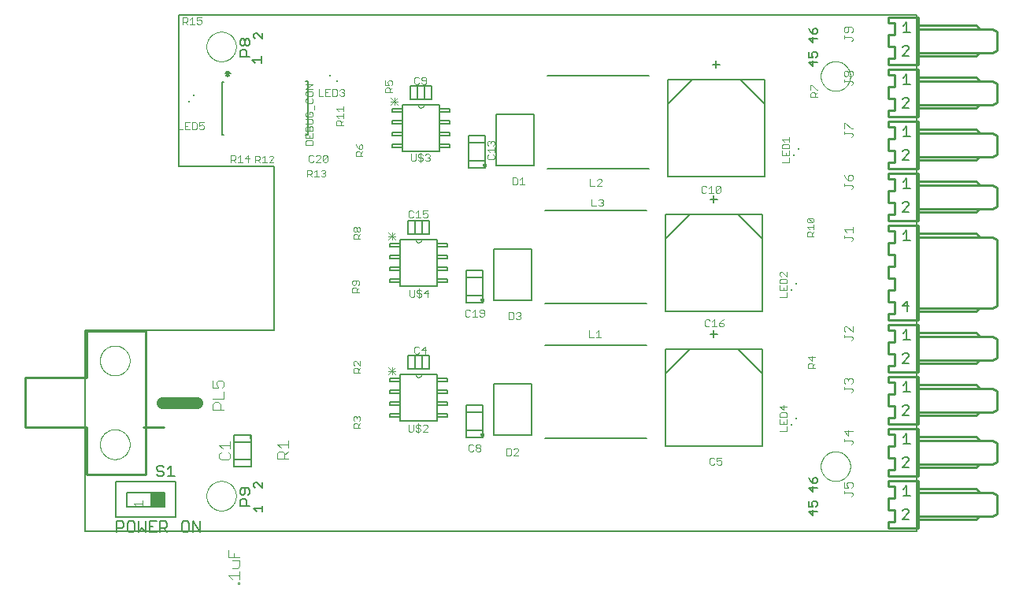
<source format=gto>
G75*
%MOIN*%
%OFA0B0*%
%FSLAX25Y25*%
%IPPOS*%
%LPD*%
%AMOC8*
5,1,8,0,0,1.08239X$1,22.5*
%
%ADD10C,0.00500*%
%ADD11C,0.00000*%
%ADD12C,0.00800*%
%ADD13C,0.00600*%
%ADD14C,0.00300*%
%ADD15C,0.00400*%
%ADD16C,0.00200*%
%ADD17C,0.00984*%
%ADD18R,0.00787X0.00787*%
%ADD19C,0.01000*%
%ADD20C,0.00700*%
%ADD21C,0.05000*%
%ADD22R,0.06000X0.06000*%
D10*
X0026831Y0025600D02*
X0026831Y0110600D01*
X0106831Y0110600D01*
X0106831Y0180100D01*
X0066331Y0180100D01*
X0066331Y0244100D01*
X0378831Y0244100D01*
X0378831Y0025600D01*
X0026831Y0025600D01*
X0040081Y0025350D02*
X0040081Y0029854D01*
X0042333Y0029854D01*
X0043083Y0029103D01*
X0043083Y0027602D01*
X0042333Y0026851D01*
X0040081Y0026851D01*
X0044685Y0026101D02*
X0044685Y0029103D01*
X0045435Y0029854D01*
X0046937Y0029854D01*
X0047687Y0029103D01*
X0047687Y0026101D01*
X0046937Y0025350D01*
X0045435Y0025350D01*
X0044685Y0026101D01*
X0049289Y0025350D02*
X0049289Y0029854D01*
X0052291Y0029854D02*
X0052291Y0025350D01*
X0050790Y0026851D01*
X0049289Y0025350D01*
X0053892Y0025350D02*
X0056895Y0025350D01*
X0058496Y0025350D02*
X0058496Y0029854D01*
X0060748Y0029854D01*
X0061499Y0029103D01*
X0061499Y0027602D01*
X0060748Y0026851D01*
X0058496Y0026851D01*
X0059998Y0026851D02*
X0061499Y0025350D01*
X0056895Y0029854D02*
X0053892Y0029854D01*
X0053892Y0025350D01*
X0053892Y0027602D02*
X0055394Y0027602D01*
X0067704Y0029103D02*
X0067704Y0026101D01*
X0068455Y0025350D01*
X0069956Y0025350D01*
X0070707Y0026101D01*
X0070707Y0029103D01*
X0069956Y0029854D01*
X0068455Y0029854D01*
X0067704Y0029103D01*
X0072308Y0029854D02*
X0072308Y0025350D01*
X0075311Y0025350D02*
X0072308Y0029854D01*
X0075311Y0029854D02*
X0075311Y0025350D01*
X0064687Y0048850D02*
X0061685Y0048850D01*
X0063186Y0048850D02*
X0063186Y0053354D01*
X0061685Y0051853D01*
X0060083Y0052603D02*
X0059333Y0053354D01*
X0057831Y0053354D01*
X0057081Y0052603D01*
X0057081Y0051853D01*
X0057831Y0051102D01*
X0059333Y0051102D01*
X0060083Y0050351D01*
X0060083Y0049601D01*
X0059333Y0048850D01*
X0057831Y0048850D01*
X0057081Y0049601D01*
X0221374Y0064915D02*
X0264287Y0064915D01*
X0264287Y0104285D02*
X0221374Y0104285D01*
X0221374Y0121915D02*
X0264287Y0121915D01*
X0264287Y0161285D02*
X0221374Y0161285D01*
X0222374Y0178915D02*
X0265287Y0178915D01*
X0265287Y0218285D02*
X0222374Y0218285D01*
X0120902Y0216017D02*
X0120902Y0193183D01*
X0120114Y0193183D01*
X0085469Y0193183D02*
X0084681Y0193183D01*
X0084681Y0215624D01*
X0085469Y0215624D01*
X0087043Y0217986D02*
X0087043Y0220348D01*
X0086256Y0219954D02*
X0087831Y0218380D01*
X0088224Y0219167D02*
X0085862Y0219167D01*
X0086256Y0218380D02*
X0087831Y0219954D01*
X0120114Y0216017D02*
X0120902Y0216017D01*
D11*
X0078081Y0230600D02*
X0078083Y0230758D01*
X0078089Y0230915D01*
X0078099Y0231073D01*
X0078113Y0231230D01*
X0078131Y0231386D01*
X0078152Y0231543D01*
X0078178Y0231698D01*
X0078208Y0231853D01*
X0078241Y0232007D01*
X0078279Y0232160D01*
X0078320Y0232313D01*
X0078365Y0232464D01*
X0078414Y0232614D01*
X0078467Y0232762D01*
X0078523Y0232910D01*
X0078584Y0233055D01*
X0078647Y0233200D01*
X0078715Y0233342D01*
X0078786Y0233483D01*
X0078860Y0233622D01*
X0078938Y0233759D01*
X0079020Y0233894D01*
X0079104Y0234027D01*
X0079193Y0234158D01*
X0079284Y0234286D01*
X0079379Y0234413D01*
X0079476Y0234536D01*
X0079577Y0234658D01*
X0079681Y0234776D01*
X0079788Y0234892D01*
X0079898Y0235005D01*
X0080010Y0235116D01*
X0080126Y0235223D01*
X0080244Y0235328D01*
X0080364Y0235430D01*
X0080487Y0235528D01*
X0080613Y0235624D01*
X0080741Y0235716D01*
X0080871Y0235805D01*
X0081003Y0235891D01*
X0081138Y0235973D01*
X0081275Y0236052D01*
X0081413Y0236127D01*
X0081553Y0236199D01*
X0081696Y0236267D01*
X0081839Y0236332D01*
X0081985Y0236393D01*
X0082132Y0236450D01*
X0082280Y0236504D01*
X0082430Y0236554D01*
X0082580Y0236600D01*
X0082732Y0236642D01*
X0082885Y0236681D01*
X0083039Y0236715D01*
X0083194Y0236746D01*
X0083349Y0236772D01*
X0083505Y0236795D01*
X0083662Y0236814D01*
X0083819Y0236829D01*
X0083976Y0236840D01*
X0084134Y0236847D01*
X0084292Y0236850D01*
X0084449Y0236849D01*
X0084607Y0236844D01*
X0084764Y0236835D01*
X0084922Y0236822D01*
X0085078Y0236805D01*
X0085235Y0236784D01*
X0085390Y0236760D01*
X0085545Y0236731D01*
X0085700Y0236698D01*
X0085853Y0236662D01*
X0086006Y0236621D01*
X0086157Y0236577D01*
X0086307Y0236529D01*
X0086456Y0236478D01*
X0086604Y0236422D01*
X0086750Y0236363D01*
X0086895Y0236300D01*
X0087038Y0236233D01*
X0087179Y0236163D01*
X0087318Y0236090D01*
X0087456Y0236013D01*
X0087592Y0235932D01*
X0087725Y0235848D01*
X0087856Y0235761D01*
X0087985Y0235670D01*
X0088112Y0235576D01*
X0088237Y0235479D01*
X0088358Y0235379D01*
X0088478Y0235276D01*
X0088594Y0235170D01*
X0088708Y0235061D01*
X0088820Y0234949D01*
X0088928Y0234835D01*
X0089033Y0234717D01*
X0089136Y0234597D01*
X0089235Y0234475D01*
X0089331Y0234350D01*
X0089424Y0234222D01*
X0089514Y0234093D01*
X0089600Y0233961D01*
X0089684Y0233827D01*
X0089763Y0233691D01*
X0089840Y0233553D01*
X0089912Y0233413D01*
X0089981Y0233271D01*
X0090047Y0233128D01*
X0090109Y0232983D01*
X0090167Y0232836D01*
X0090222Y0232688D01*
X0090273Y0232539D01*
X0090320Y0232388D01*
X0090363Y0232237D01*
X0090402Y0232084D01*
X0090438Y0231930D01*
X0090469Y0231776D01*
X0090497Y0231621D01*
X0090521Y0231465D01*
X0090541Y0231308D01*
X0090557Y0231151D01*
X0090569Y0230994D01*
X0090577Y0230837D01*
X0090581Y0230679D01*
X0090581Y0230521D01*
X0090577Y0230363D01*
X0090569Y0230206D01*
X0090557Y0230049D01*
X0090541Y0229892D01*
X0090521Y0229735D01*
X0090497Y0229579D01*
X0090469Y0229424D01*
X0090438Y0229270D01*
X0090402Y0229116D01*
X0090363Y0228963D01*
X0090320Y0228812D01*
X0090273Y0228661D01*
X0090222Y0228512D01*
X0090167Y0228364D01*
X0090109Y0228217D01*
X0090047Y0228072D01*
X0089981Y0227929D01*
X0089912Y0227787D01*
X0089840Y0227647D01*
X0089763Y0227509D01*
X0089684Y0227373D01*
X0089600Y0227239D01*
X0089514Y0227107D01*
X0089424Y0226978D01*
X0089331Y0226850D01*
X0089235Y0226725D01*
X0089136Y0226603D01*
X0089033Y0226483D01*
X0088928Y0226365D01*
X0088820Y0226251D01*
X0088708Y0226139D01*
X0088594Y0226030D01*
X0088478Y0225924D01*
X0088358Y0225821D01*
X0088237Y0225721D01*
X0088112Y0225624D01*
X0087985Y0225530D01*
X0087856Y0225439D01*
X0087725Y0225352D01*
X0087592Y0225268D01*
X0087456Y0225187D01*
X0087318Y0225110D01*
X0087179Y0225037D01*
X0087038Y0224967D01*
X0086895Y0224900D01*
X0086750Y0224837D01*
X0086604Y0224778D01*
X0086456Y0224722D01*
X0086307Y0224671D01*
X0086157Y0224623D01*
X0086006Y0224579D01*
X0085853Y0224538D01*
X0085700Y0224502D01*
X0085545Y0224469D01*
X0085390Y0224440D01*
X0085235Y0224416D01*
X0085078Y0224395D01*
X0084922Y0224378D01*
X0084764Y0224365D01*
X0084607Y0224356D01*
X0084449Y0224351D01*
X0084292Y0224350D01*
X0084134Y0224353D01*
X0083976Y0224360D01*
X0083819Y0224371D01*
X0083662Y0224386D01*
X0083505Y0224405D01*
X0083349Y0224428D01*
X0083194Y0224454D01*
X0083039Y0224485D01*
X0082885Y0224519D01*
X0082732Y0224558D01*
X0082580Y0224600D01*
X0082430Y0224646D01*
X0082280Y0224696D01*
X0082132Y0224750D01*
X0081985Y0224807D01*
X0081839Y0224868D01*
X0081696Y0224933D01*
X0081553Y0225001D01*
X0081413Y0225073D01*
X0081275Y0225148D01*
X0081138Y0225227D01*
X0081003Y0225309D01*
X0080871Y0225395D01*
X0080741Y0225484D01*
X0080613Y0225576D01*
X0080487Y0225672D01*
X0080364Y0225770D01*
X0080244Y0225872D01*
X0080126Y0225977D01*
X0080010Y0226084D01*
X0079898Y0226195D01*
X0079788Y0226308D01*
X0079681Y0226424D01*
X0079577Y0226542D01*
X0079476Y0226664D01*
X0079379Y0226787D01*
X0079284Y0226914D01*
X0079193Y0227042D01*
X0079104Y0227173D01*
X0079020Y0227306D01*
X0078938Y0227441D01*
X0078860Y0227578D01*
X0078786Y0227717D01*
X0078715Y0227858D01*
X0078647Y0228000D01*
X0078584Y0228145D01*
X0078523Y0228290D01*
X0078467Y0228438D01*
X0078414Y0228586D01*
X0078365Y0228736D01*
X0078320Y0228887D01*
X0078279Y0229040D01*
X0078241Y0229193D01*
X0078208Y0229347D01*
X0078178Y0229502D01*
X0078152Y0229657D01*
X0078131Y0229814D01*
X0078113Y0229970D01*
X0078099Y0230127D01*
X0078089Y0230285D01*
X0078083Y0230442D01*
X0078081Y0230600D01*
X0167631Y0205900D02*
X0167636Y0205832D01*
X0167645Y0205764D01*
X0167657Y0205696D01*
X0167674Y0205630D01*
X0167694Y0205564D01*
X0167718Y0205500D01*
X0167745Y0205437D01*
X0167776Y0205376D01*
X0167811Y0205316D01*
X0167849Y0205259D01*
X0167890Y0205204D01*
X0167934Y0205152D01*
X0167981Y0205102D01*
X0168031Y0205055D01*
X0168083Y0205010D01*
X0168138Y0204969D01*
X0168195Y0204931D01*
X0168254Y0204897D01*
X0168315Y0204865D01*
X0168378Y0204838D01*
X0168442Y0204814D01*
X0168508Y0204793D01*
X0168574Y0204777D01*
X0168642Y0204764D01*
X0168710Y0204755D01*
X0168778Y0204750D01*
X0168847Y0204749D01*
X0168915Y0204752D01*
X0168984Y0204759D01*
X0169051Y0204769D01*
X0169118Y0204784D01*
X0169184Y0204802D01*
X0169249Y0204824D01*
X0169313Y0204850D01*
X0169375Y0204879D01*
X0169435Y0204912D01*
X0169493Y0204948D01*
X0169550Y0204988D01*
X0169603Y0205030D01*
X0169655Y0205076D01*
X0169703Y0205124D01*
X0169749Y0205175D01*
X0169792Y0205229D01*
X0169831Y0205285D01*
X0169868Y0205343D01*
X0169900Y0205403D01*
X0169930Y0205465D01*
X0169956Y0205529D01*
X0169978Y0205594D01*
X0169996Y0205660D01*
X0170011Y0205727D01*
X0170022Y0205795D01*
X0170029Y0205863D01*
X0170032Y0205931D01*
X0170031Y0206000D01*
X0170032Y0205931D01*
X0170029Y0205863D01*
X0170022Y0205795D01*
X0170011Y0205727D01*
X0169996Y0205660D01*
X0169978Y0205594D01*
X0169956Y0205529D01*
X0169930Y0205465D01*
X0169900Y0205403D01*
X0169868Y0205343D01*
X0169831Y0205285D01*
X0169792Y0205229D01*
X0169749Y0205175D01*
X0169703Y0205124D01*
X0169655Y0205076D01*
X0169603Y0205030D01*
X0169550Y0204988D01*
X0169493Y0204948D01*
X0169435Y0204912D01*
X0169375Y0204879D01*
X0169313Y0204850D01*
X0169249Y0204824D01*
X0169184Y0204802D01*
X0169118Y0204784D01*
X0169051Y0204769D01*
X0168984Y0204759D01*
X0168915Y0204752D01*
X0168847Y0204749D01*
X0168778Y0204750D01*
X0168710Y0204755D01*
X0168642Y0204764D01*
X0168574Y0204777D01*
X0168508Y0204793D01*
X0168442Y0204814D01*
X0168378Y0204838D01*
X0168315Y0204865D01*
X0168254Y0204897D01*
X0168195Y0204931D01*
X0168138Y0204969D01*
X0168083Y0205010D01*
X0168031Y0205055D01*
X0167981Y0205102D01*
X0167934Y0205152D01*
X0167890Y0205204D01*
X0167849Y0205259D01*
X0167811Y0205316D01*
X0167776Y0205376D01*
X0167745Y0205437D01*
X0167718Y0205500D01*
X0167694Y0205564D01*
X0167674Y0205630D01*
X0167657Y0205696D01*
X0167645Y0205764D01*
X0167636Y0205832D01*
X0167631Y0205900D01*
X0169031Y0149000D02*
X0169032Y0148931D01*
X0169029Y0148863D01*
X0169022Y0148795D01*
X0169011Y0148727D01*
X0168996Y0148660D01*
X0168978Y0148594D01*
X0168956Y0148529D01*
X0168930Y0148465D01*
X0168900Y0148403D01*
X0168868Y0148343D01*
X0168831Y0148285D01*
X0168792Y0148229D01*
X0168749Y0148175D01*
X0168703Y0148124D01*
X0168655Y0148076D01*
X0168603Y0148030D01*
X0168550Y0147988D01*
X0168493Y0147948D01*
X0168435Y0147912D01*
X0168375Y0147879D01*
X0168313Y0147850D01*
X0168249Y0147824D01*
X0168184Y0147802D01*
X0168118Y0147784D01*
X0168051Y0147769D01*
X0167984Y0147759D01*
X0167915Y0147752D01*
X0167847Y0147749D01*
X0167778Y0147750D01*
X0167710Y0147755D01*
X0167642Y0147764D01*
X0167574Y0147777D01*
X0167508Y0147793D01*
X0167442Y0147814D01*
X0167378Y0147838D01*
X0167315Y0147865D01*
X0167254Y0147897D01*
X0167195Y0147931D01*
X0167138Y0147969D01*
X0167083Y0148010D01*
X0167031Y0148055D01*
X0166981Y0148102D01*
X0166934Y0148152D01*
X0166890Y0148204D01*
X0166849Y0148259D01*
X0166811Y0148316D01*
X0166776Y0148376D01*
X0166745Y0148437D01*
X0166718Y0148500D01*
X0166694Y0148564D01*
X0166674Y0148630D01*
X0166657Y0148696D01*
X0166645Y0148764D01*
X0166636Y0148832D01*
X0166631Y0148900D01*
X0166636Y0148832D01*
X0166645Y0148764D01*
X0166657Y0148696D01*
X0166674Y0148630D01*
X0166694Y0148564D01*
X0166718Y0148500D01*
X0166745Y0148437D01*
X0166776Y0148376D01*
X0166811Y0148316D01*
X0166849Y0148259D01*
X0166890Y0148204D01*
X0166934Y0148152D01*
X0166981Y0148102D01*
X0167031Y0148055D01*
X0167083Y0148010D01*
X0167138Y0147969D01*
X0167195Y0147931D01*
X0167254Y0147897D01*
X0167315Y0147865D01*
X0167378Y0147838D01*
X0167442Y0147814D01*
X0167508Y0147793D01*
X0167574Y0147777D01*
X0167642Y0147764D01*
X0167710Y0147755D01*
X0167778Y0147750D01*
X0167847Y0147749D01*
X0167915Y0147752D01*
X0167984Y0147759D01*
X0168051Y0147769D01*
X0168118Y0147784D01*
X0168184Y0147802D01*
X0168249Y0147824D01*
X0168313Y0147850D01*
X0168375Y0147879D01*
X0168435Y0147912D01*
X0168493Y0147948D01*
X0168550Y0147988D01*
X0168603Y0148030D01*
X0168655Y0148076D01*
X0168703Y0148124D01*
X0168749Y0148175D01*
X0168792Y0148229D01*
X0168831Y0148285D01*
X0168868Y0148343D01*
X0168900Y0148403D01*
X0168930Y0148465D01*
X0168956Y0148529D01*
X0168978Y0148594D01*
X0168996Y0148660D01*
X0169011Y0148727D01*
X0169022Y0148795D01*
X0169029Y0148863D01*
X0169032Y0148931D01*
X0169031Y0149000D01*
X0169031Y0092000D02*
X0169032Y0091931D01*
X0169029Y0091863D01*
X0169022Y0091795D01*
X0169011Y0091727D01*
X0168996Y0091660D01*
X0168978Y0091594D01*
X0168956Y0091529D01*
X0168930Y0091465D01*
X0168900Y0091403D01*
X0168868Y0091343D01*
X0168831Y0091285D01*
X0168792Y0091229D01*
X0168749Y0091175D01*
X0168703Y0091124D01*
X0168655Y0091076D01*
X0168603Y0091030D01*
X0168550Y0090988D01*
X0168493Y0090948D01*
X0168435Y0090912D01*
X0168375Y0090879D01*
X0168313Y0090850D01*
X0168249Y0090824D01*
X0168184Y0090802D01*
X0168118Y0090784D01*
X0168051Y0090769D01*
X0167984Y0090759D01*
X0167915Y0090752D01*
X0167847Y0090749D01*
X0167778Y0090750D01*
X0167710Y0090755D01*
X0167642Y0090764D01*
X0167574Y0090777D01*
X0167508Y0090793D01*
X0167442Y0090814D01*
X0167378Y0090838D01*
X0167315Y0090865D01*
X0167254Y0090897D01*
X0167195Y0090931D01*
X0167138Y0090969D01*
X0167083Y0091010D01*
X0167031Y0091055D01*
X0166981Y0091102D01*
X0166934Y0091152D01*
X0166890Y0091204D01*
X0166849Y0091259D01*
X0166811Y0091316D01*
X0166776Y0091376D01*
X0166745Y0091437D01*
X0166718Y0091500D01*
X0166694Y0091564D01*
X0166674Y0091630D01*
X0166657Y0091696D01*
X0166645Y0091764D01*
X0166636Y0091832D01*
X0166631Y0091900D01*
X0166636Y0091832D01*
X0166645Y0091764D01*
X0166657Y0091696D01*
X0166674Y0091630D01*
X0166694Y0091564D01*
X0166718Y0091500D01*
X0166745Y0091437D01*
X0166776Y0091376D01*
X0166811Y0091316D01*
X0166849Y0091259D01*
X0166890Y0091204D01*
X0166934Y0091152D01*
X0166981Y0091102D01*
X0167031Y0091055D01*
X0167083Y0091010D01*
X0167138Y0090969D01*
X0167195Y0090931D01*
X0167254Y0090897D01*
X0167315Y0090865D01*
X0167378Y0090838D01*
X0167442Y0090814D01*
X0167508Y0090793D01*
X0167574Y0090777D01*
X0167642Y0090764D01*
X0167710Y0090755D01*
X0167778Y0090750D01*
X0167847Y0090749D01*
X0167915Y0090752D01*
X0167984Y0090759D01*
X0168051Y0090769D01*
X0168118Y0090784D01*
X0168184Y0090802D01*
X0168249Y0090824D01*
X0168313Y0090850D01*
X0168375Y0090879D01*
X0168435Y0090912D01*
X0168493Y0090948D01*
X0168550Y0090988D01*
X0168603Y0091030D01*
X0168655Y0091076D01*
X0168703Y0091124D01*
X0168749Y0091175D01*
X0168792Y0091229D01*
X0168831Y0091285D01*
X0168868Y0091343D01*
X0168900Y0091403D01*
X0168930Y0091465D01*
X0168956Y0091529D01*
X0168978Y0091594D01*
X0168996Y0091660D01*
X0169011Y0091727D01*
X0169022Y0091795D01*
X0169029Y0091863D01*
X0169032Y0091931D01*
X0169031Y0092000D01*
X0078081Y0040600D02*
X0078083Y0040758D01*
X0078089Y0040915D01*
X0078099Y0041073D01*
X0078113Y0041230D01*
X0078131Y0041386D01*
X0078152Y0041543D01*
X0078178Y0041698D01*
X0078208Y0041853D01*
X0078241Y0042007D01*
X0078279Y0042160D01*
X0078320Y0042313D01*
X0078365Y0042464D01*
X0078414Y0042614D01*
X0078467Y0042762D01*
X0078523Y0042910D01*
X0078584Y0043055D01*
X0078647Y0043200D01*
X0078715Y0043342D01*
X0078786Y0043483D01*
X0078860Y0043622D01*
X0078938Y0043759D01*
X0079020Y0043894D01*
X0079104Y0044027D01*
X0079193Y0044158D01*
X0079284Y0044286D01*
X0079379Y0044413D01*
X0079476Y0044536D01*
X0079577Y0044658D01*
X0079681Y0044776D01*
X0079788Y0044892D01*
X0079898Y0045005D01*
X0080010Y0045116D01*
X0080126Y0045223D01*
X0080244Y0045328D01*
X0080364Y0045430D01*
X0080487Y0045528D01*
X0080613Y0045624D01*
X0080741Y0045716D01*
X0080871Y0045805D01*
X0081003Y0045891D01*
X0081138Y0045973D01*
X0081275Y0046052D01*
X0081413Y0046127D01*
X0081553Y0046199D01*
X0081696Y0046267D01*
X0081839Y0046332D01*
X0081985Y0046393D01*
X0082132Y0046450D01*
X0082280Y0046504D01*
X0082430Y0046554D01*
X0082580Y0046600D01*
X0082732Y0046642D01*
X0082885Y0046681D01*
X0083039Y0046715D01*
X0083194Y0046746D01*
X0083349Y0046772D01*
X0083505Y0046795D01*
X0083662Y0046814D01*
X0083819Y0046829D01*
X0083976Y0046840D01*
X0084134Y0046847D01*
X0084292Y0046850D01*
X0084449Y0046849D01*
X0084607Y0046844D01*
X0084764Y0046835D01*
X0084922Y0046822D01*
X0085078Y0046805D01*
X0085235Y0046784D01*
X0085390Y0046760D01*
X0085545Y0046731D01*
X0085700Y0046698D01*
X0085853Y0046662D01*
X0086006Y0046621D01*
X0086157Y0046577D01*
X0086307Y0046529D01*
X0086456Y0046478D01*
X0086604Y0046422D01*
X0086750Y0046363D01*
X0086895Y0046300D01*
X0087038Y0046233D01*
X0087179Y0046163D01*
X0087318Y0046090D01*
X0087456Y0046013D01*
X0087592Y0045932D01*
X0087725Y0045848D01*
X0087856Y0045761D01*
X0087985Y0045670D01*
X0088112Y0045576D01*
X0088237Y0045479D01*
X0088358Y0045379D01*
X0088478Y0045276D01*
X0088594Y0045170D01*
X0088708Y0045061D01*
X0088820Y0044949D01*
X0088928Y0044835D01*
X0089033Y0044717D01*
X0089136Y0044597D01*
X0089235Y0044475D01*
X0089331Y0044350D01*
X0089424Y0044222D01*
X0089514Y0044093D01*
X0089600Y0043961D01*
X0089684Y0043827D01*
X0089763Y0043691D01*
X0089840Y0043553D01*
X0089912Y0043413D01*
X0089981Y0043271D01*
X0090047Y0043128D01*
X0090109Y0042983D01*
X0090167Y0042836D01*
X0090222Y0042688D01*
X0090273Y0042539D01*
X0090320Y0042388D01*
X0090363Y0042237D01*
X0090402Y0042084D01*
X0090438Y0041930D01*
X0090469Y0041776D01*
X0090497Y0041621D01*
X0090521Y0041465D01*
X0090541Y0041308D01*
X0090557Y0041151D01*
X0090569Y0040994D01*
X0090577Y0040837D01*
X0090581Y0040679D01*
X0090581Y0040521D01*
X0090577Y0040363D01*
X0090569Y0040206D01*
X0090557Y0040049D01*
X0090541Y0039892D01*
X0090521Y0039735D01*
X0090497Y0039579D01*
X0090469Y0039424D01*
X0090438Y0039270D01*
X0090402Y0039116D01*
X0090363Y0038963D01*
X0090320Y0038812D01*
X0090273Y0038661D01*
X0090222Y0038512D01*
X0090167Y0038364D01*
X0090109Y0038217D01*
X0090047Y0038072D01*
X0089981Y0037929D01*
X0089912Y0037787D01*
X0089840Y0037647D01*
X0089763Y0037509D01*
X0089684Y0037373D01*
X0089600Y0037239D01*
X0089514Y0037107D01*
X0089424Y0036978D01*
X0089331Y0036850D01*
X0089235Y0036725D01*
X0089136Y0036603D01*
X0089033Y0036483D01*
X0088928Y0036365D01*
X0088820Y0036251D01*
X0088708Y0036139D01*
X0088594Y0036030D01*
X0088478Y0035924D01*
X0088358Y0035821D01*
X0088237Y0035721D01*
X0088112Y0035624D01*
X0087985Y0035530D01*
X0087856Y0035439D01*
X0087725Y0035352D01*
X0087592Y0035268D01*
X0087456Y0035187D01*
X0087318Y0035110D01*
X0087179Y0035037D01*
X0087038Y0034967D01*
X0086895Y0034900D01*
X0086750Y0034837D01*
X0086604Y0034778D01*
X0086456Y0034722D01*
X0086307Y0034671D01*
X0086157Y0034623D01*
X0086006Y0034579D01*
X0085853Y0034538D01*
X0085700Y0034502D01*
X0085545Y0034469D01*
X0085390Y0034440D01*
X0085235Y0034416D01*
X0085078Y0034395D01*
X0084922Y0034378D01*
X0084764Y0034365D01*
X0084607Y0034356D01*
X0084449Y0034351D01*
X0084292Y0034350D01*
X0084134Y0034353D01*
X0083976Y0034360D01*
X0083819Y0034371D01*
X0083662Y0034386D01*
X0083505Y0034405D01*
X0083349Y0034428D01*
X0083194Y0034454D01*
X0083039Y0034485D01*
X0082885Y0034519D01*
X0082732Y0034558D01*
X0082580Y0034600D01*
X0082430Y0034646D01*
X0082280Y0034696D01*
X0082132Y0034750D01*
X0081985Y0034807D01*
X0081839Y0034868D01*
X0081696Y0034933D01*
X0081553Y0035001D01*
X0081413Y0035073D01*
X0081275Y0035148D01*
X0081138Y0035227D01*
X0081003Y0035309D01*
X0080871Y0035395D01*
X0080741Y0035484D01*
X0080613Y0035576D01*
X0080487Y0035672D01*
X0080364Y0035770D01*
X0080244Y0035872D01*
X0080126Y0035977D01*
X0080010Y0036084D01*
X0079898Y0036195D01*
X0079788Y0036308D01*
X0079681Y0036424D01*
X0079577Y0036542D01*
X0079476Y0036664D01*
X0079379Y0036787D01*
X0079284Y0036914D01*
X0079193Y0037042D01*
X0079104Y0037173D01*
X0079020Y0037306D01*
X0078938Y0037441D01*
X0078860Y0037578D01*
X0078786Y0037717D01*
X0078715Y0037858D01*
X0078647Y0038000D01*
X0078584Y0038145D01*
X0078523Y0038290D01*
X0078467Y0038438D01*
X0078414Y0038586D01*
X0078365Y0038736D01*
X0078320Y0038887D01*
X0078279Y0039040D01*
X0078241Y0039193D01*
X0078208Y0039347D01*
X0078178Y0039502D01*
X0078152Y0039657D01*
X0078131Y0039814D01*
X0078113Y0039970D01*
X0078099Y0040127D01*
X0078089Y0040285D01*
X0078083Y0040442D01*
X0078081Y0040600D01*
X0032996Y0062383D02*
X0032998Y0062541D01*
X0033004Y0062699D01*
X0033014Y0062857D01*
X0033028Y0063015D01*
X0033046Y0063172D01*
X0033067Y0063329D01*
X0033093Y0063485D01*
X0033123Y0063641D01*
X0033156Y0063796D01*
X0033194Y0063949D01*
X0033235Y0064102D01*
X0033280Y0064254D01*
X0033329Y0064405D01*
X0033382Y0064554D01*
X0033438Y0064702D01*
X0033498Y0064848D01*
X0033562Y0064993D01*
X0033630Y0065136D01*
X0033701Y0065278D01*
X0033775Y0065418D01*
X0033853Y0065555D01*
X0033935Y0065691D01*
X0034019Y0065825D01*
X0034108Y0065956D01*
X0034199Y0066085D01*
X0034294Y0066212D01*
X0034391Y0066337D01*
X0034492Y0066459D01*
X0034596Y0066578D01*
X0034703Y0066695D01*
X0034813Y0066809D01*
X0034926Y0066920D01*
X0035041Y0067029D01*
X0035159Y0067134D01*
X0035280Y0067236D01*
X0035403Y0067336D01*
X0035529Y0067432D01*
X0035657Y0067525D01*
X0035787Y0067615D01*
X0035920Y0067701D01*
X0036055Y0067785D01*
X0036191Y0067864D01*
X0036330Y0067941D01*
X0036471Y0068013D01*
X0036613Y0068083D01*
X0036757Y0068148D01*
X0036903Y0068210D01*
X0037050Y0068268D01*
X0037199Y0068323D01*
X0037349Y0068374D01*
X0037500Y0068421D01*
X0037652Y0068464D01*
X0037805Y0068503D01*
X0037960Y0068539D01*
X0038115Y0068570D01*
X0038271Y0068598D01*
X0038427Y0068622D01*
X0038584Y0068642D01*
X0038742Y0068658D01*
X0038899Y0068670D01*
X0039058Y0068678D01*
X0039216Y0068682D01*
X0039374Y0068682D01*
X0039532Y0068678D01*
X0039691Y0068670D01*
X0039848Y0068658D01*
X0040006Y0068642D01*
X0040163Y0068622D01*
X0040319Y0068598D01*
X0040475Y0068570D01*
X0040630Y0068539D01*
X0040785Y0068503D01*
X0040938Y0068464D01*
X0041090Y0068421D01*
X0041241Y0068374D01*
X0041391Y0068323D01*
X0041540Y0068268D01*
X0041687Y0068210D01*
X0041833Y0068148D01*
X0041977Y0068083D01*
X0042119Y0068013D01*
X0042260Y0067941D01*
X0042399Y0067864D01*
X0042535Y0067785D01*
X0042670Y0067701D01*
X0042803Y0067615D01*
X0042933Y0067525D01*
X0043061Y0067432D01*
X0043187Y0067336D01*
X0043310Y0067236D01*
X0043431Y0067134D01*
X0043549Y0067029D01*
X0043664Y0066920D01*
X0043777Y0066809D01*
X0043887Y0066695D01*
X0043994Y0066578D01*
X0044098Y0066459D01*
X0044199Y0066337D01*
X0044296Y0066212D01*
X0044391Y0066085D01*
X0044482Y0065956D01*
X0044571Y0065825D01*
X0044655Y0065691D01*
X0044737Y0065555D01*
X0044815Y0065418D01*
X0044889Y0065278D01*
X0044960Y0065136D01*
X0045028Y0064993D01*
X0045092Y0064848D01*
X0045152Y0064702D01*
X0045208Y0064554D01*
X0045261Y0064405D01*
X0045310Y0064254D01*
X0045355Y0064102D01*
X0045396Y0063949D01*
X0045434Y0063796D01*
X0045467Y0063641D01*
X0045497Y0063485D01*
X0045523Y0063329D01*
X0045544Y0063172D01*
X0045562Y0063015D01*
X0045576Y0062857D01*
X0045586Y0062699D01*
X0045592Y0062541D01*
X0045594Y0062383D01*
X0045592Y0062225D01*
X0045586Y0062067D01*
X0045576Y0061909D01*
X0045562Y0061751D01*
X0045544Y0061594D01*
X0045523Y0061437D01*
X0045497Y0061281D01*
X0045467Y0061125D01*
X0045434Y0060970D01*
X0045396Y0060817D01*
X0045355Y0060664D01*
X0045310Y0060512D01*
X0045261Y0060361D01*
X0045208Y0060212D01*
X0045152Y0060064D01*
X0045092Y0059918D01*
X0045028Y0059773D01*
X0044960Y0059630D01*
X0044889Y0059488D01*
X0044815Y0059348D01*
X0044737Y0059211D01*
X0044655Y0059075D01*
X0044571Y0058941D01*
X0044482Y0058810D01*
X0044391Y0058681D01*
X0044296Y0058554D01*
X0044199Y0058429D01*
X0044098Y0058307D01*
X0043994Y0058188D01*
X0043887Y0058071D01*
X0043777Y0057957D01*
X0043664Y0057846D01*
X0043549Y0057737D01*
X0043431Y0057632D01*
X0043310Y0057530D01*
X0043187Y0057430D01*
X0043061Y0057334D01*
X0042933Y0057241D01*
X0042803Y0057151D01*
X0042670Y0057065D01*
X0042535Y0056981D01*
X0042399Y0056902D01*
X0042260Y0056825D01*
X0042119Y0056753D01*
X0041977Y0056683D01*
X0041833Y0056618D01*
X0041687Y0056556D01*
X0041540Y0056498D01*
X0041391Y0056443D01*
X0041241Y0056392D01*
X0041090Y0056345D01*
X0040938Y0056302D01*
X0040785Y0056263D01*
X0040630Y0056227D01*
X0040475Y0056196D01*
X0040319Y0056168D01*
X0040163Y0056144D01*
X0040006Y0056124D01*
X0039848Y0056108D01*
X0039691Y0056096D01*
X0039532Y0056088D01*
X0039374Y0056084D01*
X0039216Y0056084D01*
X0039058Y0056088D01*
X0038899Y0056096D01*
X0038742Y0056108D01*
X0038584Y0056124D01*
X0038427Y0056144D01*
X0038271Y0056168D01*
X0038115Y0056196D01*
X0037960Y0056227D01*
X0037805Y0056263D01*
X0037652Y0056302D01*
X0037500Y0056345D01*
X0037349Y0056392D01*
X0037199Y0056443D01*
X0037050Y0056498D01*
X0036903Y0056556D01*
X0036757Y0056618D01*
X0036613Y0056683D01*
X0036471Y0056753D01*
X0036330Y0056825D01*
X0036191Y0056902D01*
X0036055Y0056981D01*
X0035920Y0057065D01*
X0035787Y0057151D01*
X0035657Y0057241D01*
X0035529Y0057334D01*
X0035403Y0057430D01*
X0035280Y0057530D01*
X0035159Y0057632D01*
X0035041Y0057737D01*
X0034926Y0057846D01*
X0034813Y0057957D01*
X0034703Y0058071D01*
X0034596Y0058188D01*
X0034492Y0058307D01*
X0034391Y0058429D01*
X0034294Y0058554D01*
X0034199Y0058681D01*
X0034108Y0058810D01*
X0034019Y0058941D01*
X0033935Y0059075D01*
X0033853Y0059211D01*
X0033775Y0059348D01*
X0033701Y0059488D01*
X0033630Y0059630D01*
X0033562Y0059773D01*
X0033498Y0059918D01*
X0033438Y0060064D01*
X0033382Y0060212D01*
X0033329Y0060361D01*
X0033280Y0060512D01*
X0033235Y0060664D01*
X0033194Y0060817D01*
X0033156Y0060970D01*
X0033123Y0061125D01*
X0033093Y0061281D01*
X0033067Y0061437D01*
X0033046Y0061594D01*
X0033028Y0061751D01*
X0033014Y0061909D01*
X0033004Y0062067D01*
X0032998Y0062225D01*
X0032996Y0062383D01*
X0032996Y0097817D02*
X0032998Y0097975D01*
X0033004Y0098133D01*
X0033014Y0098291D01*
X0033028Y0098449D01*
X0033046Y0098606D01*
X0033067Y0098763D01*
X0033093Y0098919D01*
X0033123Y0099075D01*
X0033156Y0099230D01*
X0033194Y0099383D01*
X0033235Y0099536D01*
X0033280Y0099688D01*
X0033329Y0099839D01*
X0033382Y0099988D01*
X0033438Y0100136D01*
X0033498Y0100282D01*
X0033562Y0100427D01*
X0033630Y0100570D01*
X0033701Y0100712D01*
X0033775Y0100852D01*
X0033853Y0100989D01*
X0033935Y0101125D01*
X0034019Y0101259D01*
X0034108Y0101390D01*
X0034199Y0101519D01*
X0034294Y0101646D01*
X0034391Y0101771D01*
X0034492Y0101893D01*
X0034596Y0102012D01*
X0034703Y0102129D01*
X0034813Y0102243D01*
X0034926Y0102354D01*
X0035041Y0102463D01*
X0035159Y0102568D01*
X0035280Y0102670D01*
X0035403Y0102770D01*
X0035529Y0102866D01*
X0035657Y0102959D01*
X0035787Y0103049D01*
X0035920Y0103135D01*
X0036055Y0103219D01*
X0036191Y0103298D01*
X0036330Y0103375D01*
X0036471Y0103447D01*
X0036613Y0103517D01*
X0036757Y0103582D01*
X0036903Y0103644D01*
X0037050Y0103702D01*
X0037199Y0103757D01*
X0037349Y0103808D01*
X0037500Y0103855D01*
X0037652Y0103898D01*
X0037805Y0103937D01*
X0037960Y0103973D01*
X0038115Y0104004D01*
X0038271Y0104032D01*
X0038427Y0104056D01*
X0038584Y0104076D01*
X0038742Y0104092D01*
X0038899Y0104104D01*
X0039058Y0104112D01*
X0039216Y0104116D01*
X0039374Y0104116D01*
X0039532Y0104112D01*
X0039691Y0104104D01*
X0039848Y0104092D01*
X0040006Y0104076D01*
X0040163Y0104056D01*
X0040319Y0104032D01*
X0040475Y0104004D01*
X0040630Y0103973D01*
X0040785Y0103937D01*
X0040938Y0103898D01*
X0041090Y0103855D01*
X0041241Y0103808D01*
X0041391Y0103757D01*
X0041540Y0103702D01*
X0041687Y0103644D01*
X0041833Y0103582D01*
X0041977Y0103517D01*
X0042119Y0103447D01*
X0042260Y0103375D01*
X0042399Y0103298D01*
X0042535Y0103219D01*
X0042670Y0103135D01*
X0042803Y0103049D01*
X0042933Y0102959D01*
X0043061Y0102866D01*
X0043187Y0102770D01*
X0043310Y0102670D01*
X0043431Y0102568D01*
X0043549Y0102463D01*
X0043664Y0102354D01*
X0043777Y0102243D01*
X0043887Y0102129D01*
X0043994Y0102012D01*
X0044098Y0101893D01*
X0044199Y0101771D01*
X0044296Y0101646D01*
X0044391Y0101519D01*
X0044482Y0101390D01*
X0044571Y0101259D01*
X0044655Y0101125D01*
X0044737Y0100989D01*
X0044815Y0100852D01*
X0044889Y0100712D01*
X0044960Y0100570D01*
X0045028Y0100427D01*
X0045092Y0100282D01*
X0045152Y0100136D01*
X0045208Y0099988D01*
X0045261Y0099839D01*
X0045310Y0099688D01*
X0045355Y0099536D01*
X0045396Y0099383D01*
X0045434Y0099230D01*
X0045467Y0099075D01*
X0045497Y0098919D01*
X0045523Y0098763D01*
X0045544Y0098606D01*
X0045562Y0098449D01*
X0045576Y0098291D01*
X0045586Y0098133D01*
X0045592Y0097975D01*
X0045594Y0097817D01*
X0045592Y0097659D01*
X0045586Y0097501D01*
X0045576Y0097343D01*
X0045562Y0097185D01*
X0045544Y0097028D01*
X0045523Y0096871D01*
X0045497Y0096715D01*
X0045467Y0096559D01*
X0045434Y0096404D01*
X0045396Y0096251D01*
X0045355Y0096098D01*
X0045310Y0095946D01*
X0045261Y0095795D01*
X0045208Y0095646D01*
X0045152Y0095498D01*
X0045092Y0095352D01*
X0045028Y0095207D01*
X0044960Y0095064D01*
X0044889Y0094922D01*
X0044815Y0094782D01*
X0044737Y0094645D01*
X0044655Y0094509D01*
X0044571Y0094375D01*
X0044482Y0094244D01*
X0044391Y0094115D01*
X0044296Y0093988D01*
X0044199Y0093863D01*
X0044098Y0093741D01*
X0043994Y0093622D01*
X0043887Y0093505D01*
X0043777Y0093391D01*
X0043664Y0093280D01*
X0043549Y0093171D01*
X0043431Y0093066D01*
X0043310Y0092964D01*
X0043187Y0092864D01*
X0043061Y0092768D01*
X0042933Y0092675D01*
X0042803Y0092585D01*
X0042670Y0092499D01*
X0042535Y0092415D01*
X0042399Y0092336D01*
X0042260Y0092259D01*
X0042119Y0092187D01*
X0041977Y0092117D01*
X0041833Y0092052D01*
X0041687Y0091990D01*
X0041540Y0091932D01*
X0041391Y0091877D01*
X0041241Y0091826D01*
X0041090Y0091779D01*
X0040938Y0091736D01*
X0040785Y0091697D01*
X0040630Y0091661D01*
X0040475Y0091630D01*
X0040319Y0091602D01*
X0040163Y0091578D01*
X0040006Y0091558D01*
X0039848Y0091542D01*
X0039691Y0091530D01*
X0039532Y0091522D01*
X0039374Y0091518D01*
X0039216Y0091518D01*
X0039058Y0091522D01*
X0038899Y0091530D01*
X0038742Y0091542D01*
X0038584Y0091558D01*
X0038427Y0091578D01*
X0038271Y0091602D01*
X0038115Y0091630D01*
X0037960Y0091661D01*
X0037805Y0091697D01*
X0037652Y0091736D01*
X0037500Y0091779D01*
X0037349Y0091826D01*
X0037199Y0091877D01*
X0037050Y0091932D01*
X0036903Y0091990D01*
X0036757Y0092052D01*
X0036613Y0092117D01*
X0036471Y0092187D01*
X0036330Y0092259D01*
X0036191Y0092336D01*
X0036055Y0092415D01*
X0035920Y0092499D01*
X0035787Y0092585D01*
X0035657Y0092675D01*
X0035529Y0092768D01*
X0035403Y0092864D01*
X0035280Y0092964D01*
X0035159Y0093066D01*
X0035041Y0093171D01*
X0034926Y0093280D01*
X0034813Y0093391D01*
X0034703Y0093505D01*
X0034596Y0093622D01*
X0034492Y0093741D01*
X0034391Y0093863D01*
X0034294Y0093988D01*
X0034199Y0094115D01*
X0034108Y0094244D01*
X0034019Y0094375D01*
X0033935Y0094509D01*
X0033853Y0094645D01*
X0033775Y0094782D01*
X0033701Y0094922D01*
X0033630Y0095064D01*
X0033562Y0095207D01*
X0033498Y0095352D01*
X0033438Y0095498D01*
X0033382Y0095646D01*
X0033329Y0095795D01*
X0033280Y0095946D01*
X0033235Y0096098D01*
X0033194Y0096251D01*
X0033156Y0096404D01*
X0033123Y0096559D01*
X0033093Y0096715D01*
X0033067Y0096871D01*
X0033046Y0097028D01*
X0033028Y0097185D01*
X0033014Y0097343D01*
X0033004Y0097501D01*
X0032998Y0097659D01*
X0032996Y0097817D01*
X0338081Y0053100D02*
X0338083Y0053258D01*
X0338089Y0053415D01*
X0338099Y0053573D01*
X0338113Y0053730D01*
X0338131Y0053886D01*
X0338152Y0054043D01*
X0338178Y0054198D01*
X0338208Y0054353D01*
X0338241Y0054507D01*
X0338279Y0054660D01*
X0338320Y0054813D01*
X0338365Y0054964D01*
X0338414Y0055114D01*
X0338467Y0055262D01*
X0338523Y0055410D01*
X0338584Y0055555D01*
X0338647Y0055700D01*
X0338715Y0055842D01*
X0338786Y0055983D01*
X0338860Y0056122D01*
X0338938Y0056259D01*
X0339020Y0056394D01*
X0339104Y0056527D01*
X0339193Y0056658D01*
X0339284Y0056786D01*
X0339379Y0056913D01*
X0339476Y0057036D01*
X0339577Y0057158D01*
X0339681Y0057276D01*
X0339788Y0057392D01*
X0339898Y0057505D01*
X0340010Y0057616D01*
X0340126Y0057723D01*
X0340244Y0057828D01*
X0340364Y0057930D01*
X0340487Y0058028D01*
X0340613Y0058124D01*
X0340741Y0058216D01*
X0340871Y0058305D01*
X0341003Y0058391D01*
X0341138Y0058473D01*
X0341275Y0058552D01*
X0341413Y0058627D01*
X0341553Y0058699D01*
X0341696Y0058767D01*
X0341839Y0058832D01*
X0341985Y0058893D01*
X0342132Y0058950D01*
X0342280Y0059004D01*
X0342430Y0059054D01*
X0342580Y0059100D01*
X0342732Y0059142D01*
X0342885Y0059181D01*
X0343039Y0059215D01*
X0343194Y0059246D01*
X0343349Y0059272D01*
X0343505Y0059295D01*
X0343662Y0059314D01*
X0343819Y0059329D01*
X0343976Y0059340D01*
X0344134Y0059347D01*
X0344292Y0059350D01*
X0344449Y0059349D01*
X0344607Y0059344D01*
X0344764Y0059335D01*
X0344922Y0059322D01*
X0345078Y0059305D01*
X0345235Y0059284D01*
X0345390Y0059260D01*
X0345545Y0059231D01*
X0345700Y0059198D01*
X0345853Y0059162D01*
X0346006Y0059121D01*
X0346157Y0059077D01*
X0346307Y0059029D01*
X0346456Y0058978D01*
X0346604Y0058922D01*
X0346750Y0058863D01*
X0346895Y0058800D01*
X0347038Y0058733D01*
X0347179Y0058663D01*
X0347318Y0058590D01*
X0347456Y0058513D01*
X0347592Y0058432D01*
X0347725Y0058348D01*
X0347856Y0058261D01*
X0347985Y0058170D01*
X0348112Y0058076D01*
X0348237Y0057979D01*
X0348358Y0057879D01*
X0348478Y0057776D01*
X0348594Y0057670D01*
X0348708Y0057561D01*
X0348820Y0057449D01*
X0348928Y0057335D01*
X0349033Y0057217D01*
X0349136Y0057097D01*
X0349235Y0056975D01*
X0349331Y0056850D01*
X0349424Y0056722D01*
X0349514Y0056593D01*
X0349600Y0056461D01*
X0349684Y0056327D01*
X0349763Y0056191D01*
X0349840Y0056053D01*
X0349912Y0055913D01*
X0349981Y0055771D01*
X0350047Y0055628D01*
X0350109Y0055483D01*
X0350167Y0055336D01*
X0350222Y0055188D01*
X0350273Y0055039D01*
X0350320Y0054888D01*
X0350363Y0054737D01*
X0350402Y0054584D01*
X0350438Y0054430D01*
X0350469Y0054276D01*
X0350497Y0054121D01*
X0350521Y0053965D01*
X0350541Y0053808D01*
X0350557Y0053651D01*
X0350569Y0053494D01*
X0350577Y0053337D01*
X0350581Y0053179D01*
X0350581Y0053021D01*
X0350577Y0052863D01*
X0350569Y0052706D01*
X0350557Y0052549D01*
X0350541Y0052392D01*
X0350521Y0052235D01*
X0350497Y0052079D01*
X0350469Y0051924D01*
X0350438Y0051770D01*
X0350402Y0051616D01*
X0350363Y0051463D01*
X0350320Y0051312D01*
X0350273Y0051161D01*
X0350222Y0051012D01*
X0350167Y0050864D01*
X0350109Y0050717D01*
X0350047Y0050572D01*
X0349981Y0050429D01*
X0349912Y0050287D01*
X0349840Y0050147D01*
X0349763Y0050009D01*
X0349684Y0049873D01*
X0349600Y0049739D01*
X0349514Y0049607D01*
X0349424Y0049478D01*
X0349331Y0049350D01*
X0349235Y0049225D01*
X0349136Y0049103D01*
X0349033Y0048983D01*
X0348928Y0048865D01*
X0348820Y0048751D01*
X0348708Y0048639D01*
X0348594Y0048530D01*
X0348478Y0048424D01*
X0348358Y0048321D01*
X0348237Y0048221D01*
X0348112Y0048124D01*
X0347985Y0048030D01*
X0347856Y0047939D01*
X0347725Y0047852D01*
X0347592Y0047768D01*
X0347456Y0047687D01*
X0347318Y0047610D01*
X0347179Y0047537D01*
X0347038Y0047467D01*
X0346895Y0047400D01*
X0346750Y0047337D01*
X0346604Y0047278D01*
X0346456Y0047222D01*
X0346307Y0047171D01*
X0346157Y0047123D01*
X0346006Y0047079D01*
X0345853Y0047038D01*
X0345700Y0047002D01*
X0345545Y0046969D01*
X0345390Y0046940D01*
X0345235Y0046916D01*
X0345078Y0046895D01*
X0344922Y0046878D01*
X0344764Y0046865D01*
X0344607Y0046856D01*
X0344449Y0046851D01*
X0344292Y0046850D01*
X0344134Y0046853D01*
X0343976Y0046860D01*
X0343819Y0046871D01*
X0343662Y0046886D01*
X0343505Y0046905D01*
X0343349Y0046928D01*
X0343194Y0046954D01*
X0343039Y0046985D01*
X0342885Y0047019D01*
X0342732Y0047058D01*
X0342580Y0047100D01*
X0342430Y0047146D01*
X0342280Y0047196D01*
X0342132Y0047250D01*
X0341985Y0047307D01*
X0341839Y0047368D01*
X0341696Y0047433D01*
X0341553Y0047501D01*
X0341413Y0047573D01*
X0341275Y0047648D01*
X0341138Y0047727D01*
X0341003Y0047809D01*
X0340871Y0047895D01*
X0340741Y0047984D01*
X0340613Y0048076D01*
X0340487Y0048172D01*
X0340364Y0048270D01*
X0340244Y0048372D01*
X0340126Y0048477D01*
X0340010Y0048584D01*
X0339898Y0048695D01*
X0339788Y0048808D01*
X0339681Y0048924D01*
X0339577Y0049042D01*
X0339476Y0049164D01*
X0339379Y0049287D01*
X0339284Y0049414D01*
X0339193Y0049542D01*
X0339104Y0049673D01*
X0339020Y0049806D01*
X0338938Y0049941D01*
X0338860Y0050078D01*
X0338786Y0050217D01*
X0338715Y0050358D01*
X0338647Y0050500D01*
X0338584Y0050645D01*
X0338523Y0050790D01*
X0338467Y0050938D01*
X0338414Y0051086D01*
X0338365Y0051236D01*
X0338320Y0051387D01*
X0338279Y0051540D01*
X0338241Y0051693D01*
X0338208Y0051847D01*
X0338178Y0052002D01*
X0338152Y0052157D01*
X0338131Y0052314D01*
X0338113Y0052470D01*
X0338099Y0052627D01*
X0338089Y0052785D01*
X0338083Y0052942D01*
X0338081Y0053100D01*
X0338081Y0218100D02*
X0338083Y0218258D01*
X0338089Y0218415D01*
X0338099Y0218573D01*
X0338113Y0218730D01*
X0338131Y0218886D01*
X0338152Y0219043D01*
X0338178Y0219198D01*
X0338208Y0219353D01*
X0338241Y0219507D01*
X0338279Y0219660D01*
X0338320Y0219813D01*
X0338365Y0219964D01*
X0338414Y0220114D01*
X0338467Y0220262D01*
X0338523Y0220410D01*
X0338584Y0220555D01*
X0338647Y0220700D01*
X0338715Y0220842D01*
X0338786Y0220983D01*
X0338860Y0221122D01*
X0338938Y0221259D01*
X0339020Y0221394D01*
X0339104Y0221527D01*
X0339193Y0221658D01*
X0339284Y0221786D01*
X0339379Y0221913D01*
X0339476Y0222036D01*
X0339577Y0222158D01*
X0339681Y0222276D01*
X0339788Y0222392D01*
X0339898Y0222505D01*
X0340010Y0222616D01*
X0340126Y0222723D01*
X0340244Y0222828D01*
X0340364Y0222930D01*
X0340487Y0223028D01*
X0340613Y0223124D01*
X0340741Y0223216D01*
X0340871Y0223305D01*
X0341003Y0223391D01*
X0341138Y0223473D01*
X0341275Y0223552D01*
X0341413Y0223627D01*
X0341553Y0223699D01*
X0341696Y0223767D01*
X0341839Y0223832D01*
X0341985Y0223893D01*
X0342132Y0223950D01*
X0342280Y0224004D01*
X0342430Y0224054D01*
X0342580Y0224100D01*
X0342732Y0224142D01*
X0342885Y0224181D01*
X0343039Y0224215D01*
X0343194Y0224246D01*
X0343349Y0224272D01*
X0343505Y0224295D01*
X0343662Y0224314D01*
X0343819Y0224329D01*
X0343976Y0224340D01*
X0344134Y0224347D01*
X0344292Y0224350D01*
X0344449Y0224349D01*
X0344607Y0224344D01*
X0344764Y0224335D01*
X0344922Y0224322D01*
X0345078Y0224305D01*
X0345235Y0224284D01*
X0345390Y0224260D01*
X0345545Y0224231D01*
X0345700Y0224198D01*
X0345853Y0224162D01*
X0346006Y0224121D01*
X0346157Y0224077D01*
X0346307Y0224029D01*
X0346456Y0223978D01*
X0346604Y0223922D01*
X0346750Y0223863D01*
X0346895Y0223800D01*
X0347038Y0223733D01*
X0347179Y0223663D01*
X0347318Y0223590D01*
X0347456Y0223513D01*
X0347592Y0223432D01*
X0347725Y0223348D01*
X0347856Y0223261D01*
X0347985Y0223170D01*
X0348112Y0223076D01*
X0348237Y0222979D01*
X0348358Y0222879D01*
X0348478Y0222776D01*
X0348594Y0222670D01*
X0348708Y0222561D01*
X0348820Y0222449D01*
X0348928Y0222335D01*
X0349033Y0222217D01*
X0349136Y0222097D01*
X0349235Y0221975D01*
X0349331Y0221850D01*
X0349424Y0221722D01*
X0349514Y0221593D01*
X0349600Y0221461D01*
X0349684Y0221327D01*
X0349763Y0221191D01*
X0349840Y0221053D01*
X0349912Y0220913D01*
X0349981Y0220771D01*
X0350047Y0220628D01*
X0350109Y0220483D01*
X0350167Y0220336D01*
X0350222Y0220188D01*
X0350273Y0220039D01*
X0350320Y0219888D01*
X0350363Y0219737D01*
X0350402Y0219584D01*
X0350438Y0219430D01*
X0350469Y0219276D01*
X0350497Y0219121D01*
X0350521Y0218965D01*
X0350541Y0218808D01*
X0350557Y0218651D01*
X0350569Y0218494D01*
X0350577Y0218337D01*
X0350581Y0218179D01*
X0350581Y0218021D01*
X0350577Y0217863D01*
X0350569Y0217706D01*
X0350557Y0217549D01*
X0350541Y0217392D01*
X0350521Y0217235D01*
X0350497Y0217079D01*
X0350469Y0216924D01*
X0350438Y0216770D01*
X0350402Y0216616D01*
X0350363Y0216463D01*
X0350320Y0216312D01*
X0350273Y0216161D01*
X0350222Y0216012D01*
X0350167Y0215864D01*
X0350109Y0215717D01*
X0350047Y0215572D01*
X0349981Y0215429D01*
X0349912Y0215287D01*
X0349840Y0215147D01*
X0349763Y0215009D01*
X0349684Y0214873D01*
X0349600Y0214739D01*
X0349514Y0214607D01*
X0349424Y0214478D01*
X0349331Y0214350D01*
X0349235Y0214225D01*
X0349136Y0214103D01*
X0349033Y0213983D01*
X0348928Y0213865D01*
X0348820Y0213751D01*
X0348708Y0213639D01*
X0348594Y0213530D01*
X0348478Y0213424D01*
X0348358Y0213321D01*
X0348237Y0213221D01*
X0348112Y0213124D01*
X0347985Y0213030D01*
X0347856Y0212939D01*
X0347725Y0212852D01*
X0347592Y0212768D01*
X0347456Y0212687D01*
X0347318Y0212610D01*
X0347179Y0212537D01*
X0347038Y0212467D01*
X0346895Y0212400D01*
X0346750Y0212337D01*
X0346604Y0212278D01*
X0346456Y0212222D01*
X0346307Y0212171D01*
X0346157Y0212123D01*
X0346006Y0212079D01*
X0345853Y0212038D01*
X0345700Y0212002D01*
X0345545Y0211969D01*
X0345390Y0211940D01*
X0345235Y0211916D01*
X0345078Y0211895D01*
X0344922Y0211878D01*
X0344764Y0211865D01*
X0344607Y0211856D01*
X0344449Y0211851D01*
X0344292Y0211850D01*
X0344134Y0211853D01*
X0343976Y0211860D01*
X0343819Y0211871D01*
X0343662Y0211886D01*
X0343505Y0211905D01*
X0343349Y0211928D01*
X0343194Y0211954D01*
X0343039Y0211985D01*
X0342885Y0212019D01*
X0342732Y0212058D01*
X0342580Y0212100D01*
X0342430Y0212146D01*
X0342280Y0212196D01*
X0342132Y0212250D01*
X0341985Y0212307D01*
X0341839Y0212368D01*
X0341696Y0212433D01*
X0341553Y0212501D01*
X0341413Y0212573D01*
X0341275Y0212648D01*
X0341138Y0212727D01*
X0341003Y0212809D01*
X0340871Y0212895D01*
X0340741Y0212984D01*
X0340613Y0213076D01*
X0340487Y0213172D01*
X0340364Y0213270D01*
X0340244Y0213372D01*
X0340126Y0213477D01*
X0340010Y0213584D01*
X0339898Y0213695D01*
X0339788Y0213808D01*
X0339681Y0213924D01*
X0339577Y0214042D01*
X0339476Y0214164D01*
X0339379Y0214287D01*
X0339284Y0214414D01*
X0339193Y0214542D01*
X0339104Y0214673D01*
X0339020Y0214806D01*
X0338938Y0214941D01*
X0338860Y0215078D01*
X0338786Y0215217D01*
X0338715Y0215358D01*
X0338647Y0215500D01*
X0338584Y0215645D01*
X0338523Y0215790D01*
X0338467Y0215938D01*
X0338414Y0216086D01*
X0338365Y0216236D01*
X0338320Y0216387D01*
X0338279Y0216540D01*
X0338241Y0216693D01*
X0338208Y0216847D01*
X0338178Y0217002D01*
X0338152Y0217157D01*
X0338131Y0217314D01*
X0338113Y0217470D01*
X0338099Y0217627D01*
X0338089Y0217785D01*
X0338083Y0217942D01*
X0338081Y0218100D01*
D12*
X0101431Y0223698D02*
X0101431Y0226500D01*
X0101431Y0225099D02*
X0097227Y0225099D01*
X0098628Y0223698D01*
X0096431Y0226396D02*
X0092227Y0226396D01*
X0092227Y0228498D01*
X0092928Y0229198D01*
X0094329Y0229198D01*
X0095030Y0228498D01*
X0095030Y0226396D01*
X0095030Y0231000D02*
X0094329Y0231701D01*
X0094329Y0233102D01*
X0095030Y0233802D01*
X0095730Y0233802D01*
X0096431Y0233102D01*
X0096431Y0231701D01*
X0095730Y0231000D01*
X0095030Y0231000D01*
X0094329Y0231701D02*
X0093628Y0231000D01*
X0092928Y0231000D01*
X0092227Y0231701D01*
X0092227Y0233102D01*
X0092928Y0233802D01*
X0093628Y0233802D01*
X0094329Y0233102D01*
X0094329Y0043802D02*
X0094329Y0041701D01*
X0093628Y0041000D01*
X0092928Y0041000D01*
X0092227Y0041701D01*
X0092227Y0043102D01*
X0092928Y0043802D01*
X0095730Y0043802D01*
X0096431Y0043102D01*
X0096431Y0041701D01*
X0095730Y0041000D01*
X0094329Y0039198D02*
X0095030Y0038498D01*
X0095030Y0036396D01*
X0096431Y0036396D02*
X0092227Y0036396D01*
X0092227Y0038498D01*
X0092928Y0039198D01*
X0094329Y0039198D01*
D13*
X0098128Y0035193D02*
X0101531Y0035193D01*
X0101531Y0036327D02*
X0101531Y0034058D01*
X0099262Y0034058D02*
X0098128Y0035193D01*
X0098695Y0044058D02*
X0098128Y0044626D01*
X0098128Y0045760D01*
X0098695Y0046327D01*
X0099262Y0046327D01*
X0101531Y0044058D01*
X0101531Y0046327D01*
X0096931Y0052900D02*
X0089731Y0052900D01*
X0089731Y0055900D01*
X0089731Y0063300D01*
X0089731Y0066300D01*
X0096831Y0066300D01*
X0096931Y0066300D01*
X0096931Y0055900D01*
X0096931Y0052900D01*
X0096931Y0055900D02*
X0089731Y0055900D01*
X0089731Y0057200D02*
X0089731Y0062000D01*
X0089731Y0063300D02*
X0096931Y0063300D01*
X0096831Y0066300D01*
X0096931Y0062000D02*
X0096931Y0057200D01*
X0064931Y0046600D02*
X0039731Y0046600D01*
X0039731Y0031600D01*
X0064931Y0031600D01*
X0064931Y0046600D01*
X0060331Y0042100D02*
X0044331Y0042100D01*
X0044331Y0036100D01*
X0060331Y0036100D01*
X0060331Y0042100D01*
X0155631Y0073800D02*
X0160031Y0073800D01*
X0160031Y0075400D01*
X0155631Y0075400D01*
X0155631Y0073800D01*
X0160031Y0072300D02*
X0175631Y0072300D01*
X0175631Y0091900D01*
X0166631Y0091900D01*
X0160031Y0091900D01*
X0160031Y0072300D01*
X0175631Y0072300D01*
X0175631Y0073800D02*
X0180031Y0073800D01*
X0180031Y0075400D01*
X0175631Y0075400D01*
X0175631Y0073800D01*
X0175631Y0078800D02*
X0180031Y0078800D01*
X0180031Y0080400D01*
X0175631Y0080400D01*
X0175631Y0078800D01*
X0175631Y0083800D02*
X0180031Y0083800D01*
X0180031Y0085400D01*
X0175631Y0085400D01*
X0175631Y0083800D01*
X0175631Y0088800D02*
X0180031Y0088800D01*
X0180031Y0090400D01*
X0175631Y0090400D01*
X0175631Y0088800D01*
X0175631Y0091900D02*
X0166631Y0091900D01*
X0160031Y0091900D01*
X0160031Y0090400D02*
X0155631Y0090400D01*
X0155631Y0088800D01*
X0160031Y0088800D01*
X0160031Y0090400D01*
X0160031Y0085400D02*
X0155631Y0085400D01*
X0155631Y0083800D01*
X0160031Y0083800D01*
X0160031Y0085400D01*
X0160031Y0080400D02*
X0155631Y0080400D01*
X0155631Y0078800D01*
X0160031Y0078800D01*
X0160031Y0080400D01*
X0163431Y0094300D02*
X0163431Y0099900D01*
X0166431Y0099900D01*
X0172231Y0099900D01*
X0172231Y0094300D01*
X0169231Y0094300D01*
X0166431Y0094300D01*
X0163431Y0094300D01*
X0166431Y0094300D02*
X0166431Y0099900D01*
X0169231Y0099900D02*
X0172231Y0100000D01*
X0172231Y0099900D01*
X0169231Y0099900D02*
X0169231Y0094300D01*
X0187981Y0078800D02*
X0187981Y0075800D01*
X0187981Y0068400D01*
X0187981Y0065400D01*
X0195181Y0065400D01*
X0195181Y0068400D01*
X0195181Y0078800D01*
X0195081Y0078800D01*
X0187981Y0078800D01*
X0187981Y0075800D02*
X0195181Y0075800D01*
X0195081Y0078800D01*
X0195181Y0074500D02*
X0195181Y0069700D01*
X0195181Y0068400D02*
X0187981Y0068400D01*
X0187981Y0069700D02*
X0187981Y0074500D01*
X0194431Y0066500D02*
X0194433Y0066544D01*
X0194439Y0066587D01*
X0194448Y0066629D01*
X0194461Y0066671D01*
X0194478Y0066711D01*
X0194498Y0066750D01*
X0194521Y0066787D01*
X0194548Y0066821D01*
X0194577Y0066854D01*
X0194610Y0066883D01*
X0194644Y0066910D01*
X0194681Y0066933D01*
X0194720Y0066953D01*
X0194760Y0066970D01*
X0194802Y0066983D01*
X0194844Y0066992D01*
X0194887Y0066998D01*
X0194931Y0067000D01*
X0194975Y0066998D01*
X0195018Y0066992D01*
X0195060Y0066983D01*
X0195102Y0066970D01*
X0195142Y0066953D01*
X0195181Y0066933D01*
X0195218Y0066910D01*
X0195252Y0066883D01*
X0195285Y0066854D01*
X0195314Y0066821D01*
X0195341Y0066787D01*
X0195364Y0066750D01*
X0195384Y0066711D01*
X0195401Y0066671D01*
X0195414Y0066629D01*
X0195423Y0066587D01*
X0195429Y0066544D01*
X0195431Y0066500D01*
X0195429Y0066456D01*
X0195423Y0066413D01*
X0195414Y0066371D01*
X0195401Y0066329D01*
X0195384Y0066289D01*
X0195364Y0066250D01*
X0195341Y0066213D01*
X0195314Y0066179D01*
X0195285Y0066146D01*
X0195252Y0066117D01*
X0195218Y0066090D01*
X0195181Y0066067D01*
X0195142Y0066047D01*
X0195102Y0066030D01*
X0195060Y0066017D01*
X0195018Y0066008D01*
X0194975Y0066002D01*
X0194931Y0066000D01*
X0194887Y0066002D01*
X0194844Y0066008D01*
X0194802Y0066017D01*
X0194760Y0066030D01*
X0194720Y0066047D01*
X0194681Y0066067D01*
X0194644Y0066090D01*
X0194610Y0066117D01*
X0194577Y0066146D01*
X0194548Y0066179D01*
X0194521Y0066213D01*
X0194498Y0066250D01*
X0194478Y0066289D01*
X0194461Y0066329D01*
X0194448Y0066371D01*
X0194439Y0066413D01*
X0194433Y0066456D01*
X0194431Y0066500D01*
X0194433Y0066544D01*
X0194439Y0066587D01*
X0194448Y0066629D01*
X0194461Y0066671D01*
X0194478Y0066711D01*
X0194498Y0066750D01*
X0194521Y0066787D01*
X0194548Y0066821D01*
X0194577Y0066854D01*
X0194610Y0066883D01*
X0194644Y0066910D01*
X0194681Y0066933D01*
X0194720Y0066953D01*
X0194760Y0066970D01*
X0194802Y0066983D01*
X0194844Y0066992D01*
X0194887Y0066998D01*
X0194931Y0067000D01*
X0194975Y0066998D01*
X0195018Y0066992D01*
X0195060Y0066983D01*
X0195102Y0066970D01*
X0195142Y0066953D01*
X0195181Y0066933D01*
X0195218Y0066910D01*
X0195252Y0066883D01*
X0195285Y0066854D01*
X0195314Y0066821D01*
X0195341Y0066787D01*
X0195364Y0066750D01*
X0195384Y0066711D01*
X0195401Y0066671D01*
X0195414Y0066629D01*
X0195423Y0066587D01*
X0195429Y0066544D01*
X0195431Y0066500D01*
X0195429Y0066456D01*
X0195423Y0066413D01*
X0195414Y0066371D01*
X0195401Y0066329D01*
X0195384Y0066289D01*
X0195364Y0066250D01*
X0195341Y0066213D01*
X0195314Y0066179D01*
X0195285Y0066146D01*
X0195252Y0066117D01*
X0195218Y0066090D01*
X0195181Y0066067D01*
X0195142Y0066047D01*
X0195102Y0066030D01*
X0195060Y0066017D01*
X0195018Y0066008D01*
X0194975Y0066002D01*
X0194931Y0066000D01*
X0194887Y0066002D01*
X0194844Y0066008D01*
X0194802Y0066017D01*
X0194760Y0066030D01*
X0194720Y0066047D01*
X0194681Y0066067D01*
X0194644Y0066090D01*
X0194610Y0066117D01*
X0194577Y0066146D01*
X0194548Y0066179D01*
X0194521Y0066213D01*
X0194498Y0066250D01*
X0194478Y0066289D01*
X0194461Y0066329D01*
X0194448Y0066371D01*
X0194439Y0066413D01*
X0194433Y0066456D01*
X0194431Y0066500D01*
X0199831Y0066300D02*
X0199831Y0087900D01*
X0215831Y0087900D01*
X0215831Y0066300D01*
X0199831Y0066300D01*
X0199831Y0087900D01*
X0215831Y0087900D02*
X0215831Y0066300D01*
X0272231Y0061500D02*
X0313431Y0061500D01*
X0313431Y0102700D01*
X0272231Y0102700D01*
X0272231Y0061500D01*
X0289931Y0061500D01*
X0295731Y0061500D02*
X0313431Y0061500D01*
X0313431Y0102700D01*
X0295731Y0102700D01*
X0292831Y0107700D02*
X0292831Y0110700D01*
X0292831Y0107700D01*
X0294331Y0109100D02*
X0291331Y0109100D01*
X0294331Y0109100D01*
X0289931Y0102700D02*
X0282531Y0102700D01*
X0272231Y0092400D01*
X0282531Y0102700D01*
X0272231Y0102700D01*
X0272231Y0061500D01*
X0303131Y0102700D02*
X0313431Y0092400D01*
X0303131Y0102700D01*
X0295731Y0118500D02*
X0313431Y0118500D01*
X0313431Y0159700D01*
X0272231Y0159700D01*
X0272231Y0118500D01*
X0313431Y0118500D01*
X0313431Y0159700D01*
X0295731Y0159700D01*
X0292831Y0164700D02*
X0292831Y0167700D01*
X0292831Y0164700D01*
X0294331Y0166100D02*
X0291331Y0166100D01*
X0294331Y0166100D01*
X0289931Y0159700D02*
X0282531Y0159700D01*
X0272231Y0149400D01*
X0282531Y0159700D01*
X0272231Y0159700D01*
X0272231Y0118500D01*
X0289931Y0118500D01*
X0313431Y0149400D02*
X0303131Y0159700D01*
X0313431Y0149400D01*
X0314431Y0175500D02*
X0273231Y0175500D01*
X0273231Y0216700D01*
X0314431Y0216700D01*
X0314431Y0175500D01*
X0314431Y0216700D01*
X0296731Y0216700D01*
X0290931Y0216700D02*
X0283531Y0216700D01*
X0273231Y0206400D01*
X0283531Y0216700D01*
X0273231Y0216700D01*
X0273231Y0175500D01*
X0290931Y0175500D01*
X0296731Y0175500D02*
X0314431Y0175500D01*
X0314431Y0206400D02*
X0304131Y0216700D01*
X0314431Y0206400D01*
X0333128Y0223918D02*
X0334829Y0222217D01*
X0334829Y0224485D01*
X0334829Y0225900D02*
X0334262Y0227034D01*
X0334262Y0227601D01*
X0334829Y0228169D01*
X0335964Y0228169D01*
X0336531Y0227601D01*
X0336531Y0226467D01*
X0335964Y0225900D01*
X0334829Y0225900D02*
X0333128Y0225900D01*
X0333128Y0228169D01*
X0334829Y0232217D02*
X0334829Y0234485D01*
X0334829Y0235900D02*
X0334829Y0237601D01*
X0335396Y0238169D01*
X0335964Y0238169D01*
X0336531Y0237601D01*
X0336531Y0236467D01*
X0335964Y0235900D01*
X0334829Y0235900D01*
X0333695Y0237034D01*
X0333128Y0238169D01*
X0333128Y0233918D02*
X0334829Y0232217D01*
X0333128Y0233918D02*
X0336531Y0233918D01*
X0336531Y0223918D02*
X0333128Y0223918D01*
X0295331Y0223100D02*
X0292331Y0223100D01*
X0295331Y0223100D01*
X0293831Y0221700D02*
X0293831Y0224700D01*
X0293831Y0221700D01*
X0216831Y0201900D02*
X0216831Y0180300D01*
X0200831Y0180300D01*
X0200831Y0201900D01*
X0216831Y0201900D01*
X0216831Y0180300D01*
X0200831Y0180300D02*
X0200831Y0201900D01*
X0196181Y0192800D02*
X0196081Y0192800D01*
X0188981Y0192800D01*
X0188981Y0189800D01*
X0188981Y0182400D01*
X0188981Y0179400D01*
X0196181Y0179400D01*
X0196181Y0182400D01*
X0196181Y0192800D01*
X0196081Y0192800D02*
X0196181Y0189800D01*
X0188981Y0189800D01*
X0188981Y0188500D02*
X0188981Y0183700D01*
X0188981Y0182400D02*
X0196181Y0182400D01*
X0196181Y0183700D02*
X0196181Y0188500D01*
X0196431Y0180500D02*
X0196429Y0180544D01*
X0196423Y0180587D01*
X0196414Y0180629D01*
X0196401Y0180671D01*
X0196384Y0180711D01*
X0196364Y0180750D01*
X0196341Y0180787D01*
X0196314Y0180821D01*
X0196285Y0180854D01*
X0196252Y0180883D01*
X0196218Y0180910D01*
X0196181Y0180933D01*
X0196142Y0180953D01*
X0196102Y0180970D01*
X0196060Y0180983D01*
X0196018Y0180992D01*
X0195975Y0180998D01*
X0195931Y0181000D01*
X0195887Y0180998D01*
X0195844Y0180992D01*
X0195802Y0180983D01*
X0195760Y0180970D01*
X0195720Y0180953D01*
X0195681Y0180933D01*
X0195644Y0180910D01*
X0195610Y0180883D01*
X0195577Y0180854D01*
X0195548Y0180821D01*
X0195521Y0180787D01*
X0195498Y0180750D01*
X0195478Y0180711D01*
X0195461Y0180671D01*
X0195448Y0180629D01*
X0195439Y0180587D01*
X0195433Y0180544D01*
X0195431Y0180500D01*
X0195433Y0180456D01*
X0195439Y0180413D01*
X0195448Y0180371D01*
X0195461Y0180329D01*
X0195478Y0180289D01*
X0195498Y0180250D01*
X0195521Y0180213D01*
X0195548Y0180179D01*
X0195577Y0180146D01*
X0195610Y0180117D01*
X0195644Y0180090D01*
X0195681Y0180067D01*
X0195720Y0180047D01*
X0195760Y0180030D01*
X0195802Y0180017D01*
X0195844Y0180008D01*
X0195887Y0180002D01*
X0195931Y0180000D01*
X0195975Y0180002D01*
X0196018Y0180008D01*
X0196060Y0180017D01*
X0196102Y0180030D01*
X0196142Y0180047D01*
X0196181Y0180067D01*
X0196218Y0180090D01*
X0196252Y0180117D01*
X0196285Y0180146D01*
X0196314Y0180179D01*
X0196341Y0180213D01*
X0196364Y0180250D01*
X0196384Y0180289D01*
X0196401Y0180329D01*
X0196414Y0180371D01*
X0196423Y0180413D01*
X0196429Y0180456D01*
X0196431Y0180500D01*
X0196429Y0180544D01*
X0196423Y0180587D01*
X0196414Y0180629D01*
X0196401Y0180671D01*
X0196384Y0180711D01*
X0196364Y0180750D01*
X0196341Y0180787D01*
X0196314Y0180821D01*
X0196285Y0180854D01*
X0196252Y0180883D01*
X0196218Y0180910D01*
X0196181Y0180933D01*
X0196142Y0180953D01*
X0196102Y0180970D01*
X0196060Y0180983D01*
X0196018Y0180992D01*
X0195975Y0180998D01*
X0195931Y0181000D01*
X0195887Y0180998D01*
X0195844Y0180992D01*
X0195802Y0180983D01*
X0195760Y0180970D01*
X0195720Y0180953D01*
X0195681Y0180933D01*
X0195644Y0180910D01*
X0195610Y0180883D01*
X0195577Y0180854D01*
X0195548Y0180821D01*
X0195521Y0180787D01*
X0195498Y0180750D01*
X0195478Y0180711D01*
X0195461Y0180671D01*
X0195448Y0180629D01*
X0195439Y0180587D01*
X0195433Y0180544D01*
X0195431Y0180500D01*
X0195433Y0180456D01*
X0195439Y0180413D01*
X0195448Y0180371D01*
X0195461Y0180329D01*
X0195478Y0180289D01*
X0195498Y0180250D01*
X0195521Y0180213D01*
X0195548Y0180179D01*
X0195577Y0180146D01*
X0195610Y0180117D01*
X0195644Y0180090D01*
X0195681Y0180067D01*
X0195720Y0180047D01*
X0195760Y0180030D01*
X0195802Y0180017D01*
X0195844Y0180008D01*
X0195887Y0180002D01*
X0195931Y0180000D01*
X0195975Y0180002D01*
X0196018Y0180008D01*
X0196060Y0180017D01*
X0196102Y0180030D01*
X0196142Y0180047D01*
X0196181Y0180067D01*
X0196218Y0180090D01*
X0196252Y0180117D01*
X0196285Y0180146D01*
X0196314Y0180179D01*
X0196341Y0180213D01*
X0196364Y0180250D01*
X0196384Y0180289D01*
X0196401Y0180329D01*
X0196414Y0180371D01*
X0196423Y0180413D01*
X0196429Y0180456D01*
X0196431Y0180500D01*
X0181031Y0187800D02*
X0181031Y0189400D01*
X0176631Y0189400D01*
X0176631Y0187800D01*
X0181031Y0187800D01*
X0176631Y0186300D02*
X0161031Y0186300D01*
X0161031Y0205900D01*
X0167631Y0205900D01*
X0176631Y0205900D01*
X0167631Y0205900D01*
X0161031Y0205900D01*
X0161031Y0204400D02*
X0156631Y0204400D01*
X0156631Y0202800D01*
X0161031Y0202800D01*
X0161031Y0204400D01*
X0161031Y0199400D02*
X0156631Y0199400D01*
X0156631Y0197800D01*
X0161031Y0197800D01*
X0161031Y0199400D01*
X0161031Y0194400D02*
X0156631Y0194400D01*
X0156631Y0192800D01*
X0161031Y0192800D01*
X0161031Y0194400D01*
X0161031Y0189400D02*
X0156631Y0189400D01*
X0156631Y0187800D01*
X0161031Y0187800D01*
X0161031Y0189400D01*
X0161031Y0186300D02*
X0176631Y0186300D01*
X0176631Y0205900D01*
X0176631Y0204400D02*
X0181031Y0204400D01*
X0181031Y0202800D01*
X0176631Y0202800D01*
X0176631Y0204400D01*
X0176631Y0199400D02*
X0181031Y0199400D01*
X0181031Y0197800D01*
X0176631Y0197800D01*
X0176631Y0199400D01*
X0176631Y0194400D02*
X0181031Y0194400D01*
X0181031Y0192800D01*
X0176631Y0192800D01*
X0176631Y0194400D01*
X0173231Y0208300D02*
X0173231Y0213900D01*
X0167431Y0213900D01*
X0164431Y0213900D01*
X0164431Y0208300D01*
X0167431Y0208300D01*
X0170231Y0208300D01*
X0173231Y0208300D01*
X0170231Y0208300D02*
X0170231Y0213900D01*
X0173231Y0214000D01*
X0173231Y0213900D01*
X0167431Y0213900D02*
X0167431Y0208300D01*
X0101531Y0234058D02*
X0099262Y0236327D01*
X0098695Y0236327D01*
X0098128Y0235760D01*
X0098128Y0234626D01*
X0098695Y0234058D01*
X0101531Y0234058D02*
X0101531Y0236327D01*
X0163431Y0156900D02*
X0163431Y0151300D01*
X0166431Y0151300D01*
X0169231Y0151300D01*
X0172231Y0151300D01*
X0172231Y0156900D01*
X0166431Y0156900D01*
X0163431Y0156900D01*
X0166431Y0156900D02*
X0166431Y0151300D01*
X0166631Y0148900D02*
X0160031Y0148900D01*
X0160031Y0129300D01*
X0175631Y0129300D01*
X0175631Y0148900D01*
X0166631Y0148900D01*
X0160031Y0148900D01*
X0160031Y0147400D02*
X0155631Y0147400D01*
X0155631Y0145800D01*
X0160031Y0145800D01*
X0160031Y0147400D01*
X0160031Y0142400D02*
X0155631Y0142400D01*
X0155631Y0140800D01*
X0160031Y0140800D01*
X0160031Y0142400D01*
X0160031Y0137400D02*
X0155631Y0137400D01*
X0155631Y0135800D01*
X0160031Y0135800D01*
X0160031Y0137400D01*
X0160031Y0132400D02*
X0155631Y0132400D01*
X0155631Y0130800D01*
X0160031Y0130800D01*
X0160031Y0132400D01*
X0160031Y0129300D02*
X0175631Y0129300D01*
X0175631Y0130800D02*
X0180031Y0130800D01*
X0180031Y0132400D01*
X0175631Y0132400D01*
X0175631Y0130800D01*
X0175631Y0135800D02*
X0180031Y0135800D01*
X0180031Y0137400D01*
X0175631Y0137400D01*
X0175631Y0135800D01*
X0175631Y0140800D02*
X0180031Y0140800D01*
X0180031Y0142400D01*
X0175631Y0142400D01*
X0175631Y0140800D01*
X0175631Y0145800D02*
X0180031Y0145800D01*
X0180031Y0147400D01*
X0175631Y0147400D01*
X0175631Y0145800D01*
X0175631Y0148900D02*
X0166631Y0148900D01*
X0169231Y0151300D02*
X0169231Y0156900D01*
X0172231Y0157000D01*
X0172231Y0156900D01*
X0199831Y0144900D02*
X0199831Y0123300D01*
X0215831Y0123300D01*
X0215831Y0144900D01*
X0199831Y0144900D01*
X0199831Y0123300D01*
X0195181Y0122400D02*
X0195181Y0125400D01*
X0195181Y0135800D01*
X0195081Y0135800D01*
X0187981Y0135800D01*
X0187981Y0132800D01*
X0187981Y0125400D01*
X0187981Y0122400D01*
X0195181Y0122400D01*
X0195431Y0123500D02*
X0195429Y0123544D01*
X0195423Y0123587D01*
X0195414Y0123629D01*
X0195401Y0123671D01*
X0195384Y0123711D01*
X0195364Y0123750D01*
X0195341Y0123787D01*
X0195314Y0123821D01*
X0195285Y0123854D01*
X0195252Y0123883D01*
X0195218Y0123910D01*
X0195181Y0123933D01*
X0195142Y0123953D01*
X0195102Y0123970D01*
X0195060Y0123983D01*
X0195018Y0123992D01*
X0194975Y0123998D01*
X0194931Y0124000D01*
X0194887Y0123998D01*
X0194844Y0123992D01*
X0194802Y0123983D01*
X0194760Y0123970D01*
X0194720Y0123953D01*
X0194681Y0123933D01*
X0194644Y0123910D01*
X0194610Y0123883D01*
X0194577Y0123854D01*
X0194548Y0123821D01*
X0194521Y0123787D01*
X0194498Y0123750D01*
X0194478Y0123711D01*
X0194461Y0123671D01*
X0194448Y0123629D01*
X0194439Y0123587D01*
X0194433Y0123544D01*
X0194431Y0123500D01*
X0194433Y0123456D01*
X0194439Y0123413D01*
X0194448Y0123371D01*
X0194461Y0123329D01*
X0194478Y0123289D01*
X0194498Y0123250D01*
X0194521Y0123213D01*
X0194548Y0123179D01*
X0194577Y0123146D01*
X0194610Y0123117D01*
X0194644Y0123090D01*
X0194681Y0123067D01*
X0194720Y0123047D01*
X0194760Y0123030D01*
X0194802Y0123017D01*
X0194844Y0123008D01*
X0194887Y0123002D01*
X0194931Y0123000D01*
X0194975Y0123002D01*
X0195018Y0123008D01*
X0195060Y0123017D01*
X0195102Y0123030D01*
X0195142Y0123047D01*
X0195181Y0123067D01*
X0195218Y0123090D01*
X0195252Y0123117D01*
X0195285Y0123146D01*
X0195314Y0123179D01*
X0195341Y0123213D01*
X0195364Y0123250D01*
X0195384Y0123289D01*
X0195401Y0123329D01*
X0195414Y0123371D01*
X0195423Y0123413D01*
X0195429Y0123456D01*
X0195431Y0123500D01*
X0195429Y0123544D01*
X0195423Y0123587D01*
X0195414Y0123629D01*
X0195401Y0123671D01*
X0195384Y0123711D01*
X0195364Y0123750D01*
X0195341Y0123787D01*
X0195314Y0123821D01*
X0195285Y0123854D01*
X0195252Y0123883D01*
X0195218Y0123910D01*
X0195181Y0123933D01*
X0195142Y0123953D01*
X0195102Y0123970D01*
X0195060Y0123983D01*
X0195018Y0123992D01*
X0194975Y0123998D01*
X0194931Y0124000D01*
X0194887Y0123998D01*
X0194844Y0123992D01*
X0194802Y0123983D01*
X0194760Y0123970D01*
X0194720Y0123953D01*
X0194681Y0123933D01*
X0194644Y0123910D01*
X0194610Y0123883D01*
X0194577Y0123854D01*
X0194548Y0123821D01*
X0194521Y0123787D01*
X0194498Y0123750D01*
X0194478Y0123711D01*
X0194461Y0123671D01*
X0194448Y0123629D01*
X0194439Y0123587D01*
X0194433Y0123544D01*
X0194431Y0123500D01*
X0194433Y0123456D01*
X0194439Y0123413D01*
X0194448Y0123371D01*
X0194461Y0123329D01*
X0194478Y0123289D01*
X0194498Y0123250D01*
X0194521Y0123213D01*
X0194548Y0123179D01*
X0194577Y0123146D01*
X0194610Y0123117D01*
X0194644Y0123090D01*
X0194681Y0123067D01*
X0194720Y0123047D01*
X0194760Y0123030D01*
X0194802Y0123017D01*
X0194844Y0123008D01*
X0194887Y0123002D01*
X0194931Y0123000D01*
X0194975Y0123002D01*
X0195018Y0123008D01*
X0195060Y0123017D01*
X0195102Y0123030D01*
X0195142Y0123047D01*
X0195181Y0123067D01*
X0195218Y0123090D01*
X0195252Y0123117D01*
X0195285Y0123146D01*
X0195314Y0123179D01*
X0195341Y0123213D01*
X0195364Y0123250D01*
X0195384Y0123289D01*
X0195401Y0123329D01*
X0195414Y0123371D01*
X0195423Y0123413D01*
X0195429Y0123456D01*
X0195431Y0123500D01*
X0195181Y0125400D02*
X0187981Y0125400D01*
X0187981Y0126700D02*
X0187981Y0131500D01*
X0187981Y0132800D02*
X0195181Y0132800D01*
X0195081Y0135800D01*
X0195181Y0131500D02*
X0195181Y0126700D01*
X0215831Y0123300D02*
X0215831Y0144900D01*
X0333128Y0048169D02*
X0333695Y0047034D01*
X0334829Y0045900D01*
X0334829Y0047601D01*
X0335396Y0048169D01*
X0335964Y0048169D01*
X0336531Y0047601D01*
X0336531Y0046467D01*
X0335964Y0045900D01*
X0334829Y0045900D01*
X0334829Y0044485D02*
X0334829Y0042217D01*
X0333128Y0043918D01*
X0336531Y0043918D01*
X0335964Y0038169D02*
X0334829Y0038169D01*
X0334262Y0037601D01*
X0334262Y0037034D01*
X0334829Y0035900D01*
X0333128Y0035900D01*
X0333128Y0038169D01*
X0335964Y0038169D02*
X0336531Y0037601D01*
X0336531Y0036467D01*
X0335964Y0035900D01*
X0334829Y0034485D02*
X0334829Y0032217D01*
X0333128Y0033918D01*
X0336531Y0033918D01*
D14*
X0323744Y0068094D02*
X0320841Y0068094D01*
X0323744Y0068094D02*
X0323744Y0070029D01*
X0323744Y0071041D02*
X0320841Y0071041D01*
X0320841Y0072976D01*
X0320841Y0073988D02*
X0320841Y0075439D01*
X0321325Y0075923D01*
X0323260Y0075923D01*
X0323744Y0075439D01*
X0323744Y0073988D01*
X0320841Y0073988D01*
X0322292Y0072008D02*
X0322292Y0071041D01*
X0323744Y0071041D02*
X0323744Y0072976D01*
X0322292Y0076934D02*
X0322292Y0078869D01*
X0320841Y0078385D02*
X0322292Y0076934D01*
X0323744Y0078385D02*
X0320841Y0078385D01*
X0332778Y0094750D02*
X0332778Y0096201D01*
X0333262Y0096685D01*
X0334229Y0096685D01*
X0334713Y0096201D01*
X0334713Y0094750D01*
X0334713Y0095717D02*
X0335681Y0096685D01*
X0334229Y0097697D02*
X0334229Y0099631D01*
X0332778Y0099148D02*
X0334229Y0097697D01*
X0335681Y0099148D02*
X0332778Y0099148D01*
X0332778Y0094750D02*
X0335681Y0094750D01*
X0323744Y0124594D02*
X0320841Y0124594D01*
X0323744Y0124594D02*
X0323744Y0126529D01*
X0323744Y0127541D02*
X0320841Y0127541D01*
X0320841Y0129476D01*
X0320841Y0130488D02*
X0320841Y0131939D01*
X0321325Y0132423D01*
X0323260Y0132423D01*
X0323744Y0131939D01*
X0323744Y0130488D01*
X0320841Y0130488D01*
X0322292Y0128508D02*
X0322292Y0127541D01*
X0323744Y0127541D02*
X0323744Y0129476D01*
X0323744Y0133434D02*
X0321809Y0135369D01*
X0321325Y0135369D01*
X0320841Y0134885D01*
X0320841Y0133918D01*
X0321325Y0133434D01*
X0323744Y0133434D02*
X0323744Y0135369D01*
X0332278Y0150250D02*
X0332278Y0151701D01*
X0332762Y0152185D01*
X0333729Y0152185D01*
X0334213Y0151701D01*
X0334213Y0150250D01*
X0334213Y0151217D02*
X0335181Y0152185D01*
X0335181Y0153197D02*
X0335181Y0155131D01*
X0335181Y0154164D02*
X0332278Y0154164D01*
X0333246Y0153197D01*
X0332762Y0156143D02*
X0332278Y0156627D01*
X0332278Y0157594D01*
X0332762Y0158078D01*
X0334697Y0156143D01*
X0335181Y0156627D01*
X0335181Y0157594D01*
X0334697Y0158078D01*
X0332762Y0158078D01*
X0332762Y0156143D02*
X0334697Y0156143D01*
X0335181Y0150250D02*
X0332278Y0150250D01*
X0324744Y0181594D02*
X0321841Y0181594D01*
X0324744Y0181594D02*
X0324744Y0183529D01*
X0324744Y0184541D02*
X0324744Y0186476D01*
X0324744Y0187488D02*
X0321841Y0187488D01*
X0321841Y0188939D01*
X0322325Y0189423D01*
X0324260Y0189423D01*
X0324744Y0188939D01*
X0324744Y0187488D01*
X0323292Y0185508D02*
X0323292Y0184541D01*
X0321841Y0184541D02*
X0324744Y0184541D01*
X0321841Y0184541D02*
X0321841Y0186476D01*
X0322809Y0190434D02*
X0321841Y0191402D01*
X0324744Y0191402D01*
X0324744Y0192369D02*
X0324744Y0190434D01*
X0333778Y0209250D02*
X0333778Y0210701D01*
X0334262Y0211185D01*
X0335229Y0211185D01*
X0335713Y0210701D01*
X0335713Y0209250D01*
X0335713Y0210217D02*
X0336681Y0211185D01*
X0336681Y0212197D02*
X0336197Y0212197D01*
X0334262Y0214131D01*
X0333778Y0214131D01*
X0333778Y0212197D01*
X0333778Y0209250D02*
X0336681Y0209250D01*
X0245398Y0174093D02*
X0244914Y0174576D01*
X0243946Y0174576D01*
X0243463Y0174093D01*
X0245398Y0174093D02*
X0245398Y0173609D01*
X0243463Y0171674D01*
X0245398Y0171674D01*
X0242451Y0171674D02*
X0240516Y0171674D01*
X0240516Y0174576D01*
X0241016Y0166076D02*
X0241016Y0163174D01*
X0242951Y0163174D01*
X0243963Y0163658D02*
X0244446Y0163174D01*
X0245414Y0163174D01*
X0245898Y0163658D01*
X0245898Y0164141D01*
X0245414Y0164625D01*
X0244930Y0164625D01*
X0245414Y0164625D02*
X0245898Y0165109D01*
X0245898Y0165593D01*
X0245414Y0166076D01*
X0244446Y0166076D01*
X0243963Y0165593D01*
X0158117Y0151970D02*
X0154981Y0148834D01*
X0158117Y0151970D01*
X0158117Y0150402D02*
X0154981Y0150402D01*
X0158117Y0150402D01*
X0158117Y0148834D02*
X0154981Y0151970D01*
X0158117Y0148834D01*
X0156549Y0148834D02*
X0156549Y0151970D01*
X0156549Y0148834D01*
X0143181Y0149250D02*
X0140278Y0149250D01*
X0140278Y0150701D01*
X0140762Y0151185D01*
X0141729Y0151185D01*
X0142213Y0150701D01*
X0142213Y0149250D01*
X0142213Y0150217D02*
X0143181Y0151185D01*
X0142697Y0152197D02*
X0142213Y0152197D01*
X0141729Y0152680D01*
X0141729Y0153648D01*
X0142213Y0154131D01*
X0142697Y0154131D01*
X0143181Y0153648D01*
X0143181Y0152680D01*
X0142697Y0152197D01*
X0141729Y0152680D02*
X0141246Y0152197D01*
X0140762Y0152197D01*
X0140278Y0152680D01*
X0140278Y0153648D01*
X0140762Y0154131D01*
X0141246Y0154131D01*
X0141729Y0153648D01*
X0142197Y0131631D02*
X0140262Y0131631D01*
X0139778Y0131148D01*
X0139778Y0130180D01*
X0140262Y0129697D01*
X0140746Y0129697D01*
X0141229Y0130180D01*
X0141229Y0131631D01*
X0142197Y0131631D02*
X0142681Y0131148D01*
X0142681Y0130180D01*
X0142197Y0129697D01*
X0142681Y0128685D02*
X0141713Y0127717D01*
X0141713Y0128201D02*
X0141713Y0126750D01*
X0142681Y0126750D02*
X0139778Y0126750D01*
X0139778Y0128201D01*
X0140262Y0128685D01*
X0141229Y0128685D01*
X0141713Y0128201D01*
X0141246Y0097631D02*
X0140762Y0097631D01*
X0140278Y0097148D01*
X0140278Y0096180D01*
X0140762Y0095697D01*
X0140762Y0094685D02*
X0141729Y0094685D01*
X0142213Y0094201D01*
X0142213Y0092750D01*
X0142213Y0093717D02*
X0143181Y0094685D01*
X0143181Y0095697D02*
X0141246Y0097631D01*
X0143181Y0097631D02*
X0143181Y0095697D01*
X0140762Y0094685D02*
X0140278Y0094201D01*
X0140278Y0092750D01*
X0143181Y0092750D01*
X0154981Y0093402D02*
X0158117Y0093402D01*
X0154981Y0093402D01*
X0154981Y0094970D02*
X0158117Y0091834D01*
X0154981Y0094970D01*
X0156549Y0094970D02*
X0156549Y0091834D01*
X0156549Y0094970D01*
X0158117Y0094970D02*
X0154981Y0091834D01*
X0158117Y0094970D01*
X0142697Y0074131D02*
X0143181Y0073648D01*
X0143181Y0072680D01*
X0142697Y0072197D01*
X0143181Y0071185D02*
X0142213Y0070217D01*
X0142213Y0070701D02*
X0142213Y0069250D01*
X0143181Y0069250D02*
X0140278Y0069250D01*
X0140278Y0070701D01*
X0140762Y0071185D01*
X0141729Y0071185D01*
X0142213Y0070701D01*
X0140762Y0072197D02*
X0140278Y0072680D01*
X0140278Y0073648D01*
X0140762Y0074131D01*
X0141246Y0074131D01*
X0141729Y0073648D01*
X0142213Y0074131D01*
X0142697Y0074131D01*
X0141729Y0073648D02*
X0141729Y0073164D01*
X0088181Y0063690D02*
X0088181Y0060554D01*
X0088181Y0062122D02*
X0083477Y0062122D01*
X0085045Y0060554D01*
X0084261Y0059086D02*
X0083477Y0058302D01*
X0083477Y0056734D01*
X0084261Y0055950D01*
X0087397Y0055950D01*
X0088181Y0056734D01*
X0088181Y0058302D01*
X0087397Y0059086D01*
X0051181Y0038536D02*
X0051181Y0036067D01*
X0051181Y0037301D02*
X0047478Y0037301D01*
X0048712Y0036067D01*
X0087477Y0017796D02*
X0087477Y0014660D01*
X0092181Y0014660D01*
X0092181Y0013192D02*
X0089045Y0013192D01*
X0089829Y0014660D02*
X0089829Y0016228D01*
X0092181Y0013192D02*
X0092181Y0010840D01*
X0091397Y0010056D01*
X0089045Y0010056D01*
X0087477Y0007020D02*
X0092181Y0007020D01*
X0092181Y0005452D02*
X0092181Y0008588D01*
X0089045Y0005452D02*
X0087477Y0007020D01*
X0091397Y0003934D02*
X0092181Y0003934D01*
X0092181Y0003150D01*
X0091397Y0003150D01*
X0091397Y0003934D01*
X0240016Y0107674D02*
X0241951Y0107674D01*
X0242963Y0107674D02*
X0244898Y0107674D01*
X0243930Y0107674D02*
X0243930Y0110576D01*
X0242963Y0109609D01*
X0240016Y0110576D02*
X0240016Y0107674D01*
X0128469Y0176034D02*
X0127985Y0175550D01*
X0127018Y0175550D01*
X0126534Y0176034D01*
X0125523Y0175550D02*
X0123588Y0175550D01*
X0124555Y0175550D02*
X0124555Y0178452D01*
X0123588Y0177485D01*
X0122576Y0177969D02*
X0122576Y0177001D01*
X0122092Y0176517D01*
X0120641Y0176517D01*
X0120641Y0175550D02*
X0120641Y0178452D01*
X0122092Y0178452D01*
X0122576Y0177969D01*
X0121609Y0176517D02*
X0122576Y0175550D01*
X0126534Y0177969D02*
X0127018Y0178452D01*
X0127985Y0178452D01*
X0128469Y0177969D01*
X0128469Y0177485D01*
X0127985Y0177001D01*
X0128469Y0176517D01*
X0128469Y0176034D01*
X0127985Y0177001D02*
X0127502Y0177001D01*
X0127857Y0181750D02*
X0127374Y0182234D01*
X0129309Y0184169D01*
X0129309Y0182234D01*
X0128825Y0181750D01*
X0127857Y0181750D01*
X0127374Y0182234D02*
X0127374Y0184169D01*
X0127857Y0184652D01*
X0128825Y0184652D01*
X0129309Y0184169D01*
X0126362Y0184169D02*
X0125878Y0184652D01*
X0124911Y0184652D01*
X0124427Y0184169D01*
X0123416Y0184169D02*
X0122932Y0184652D01*
X0121964Y0184652D01*
X0121481Y0184169D01*
X0121481Y0182234D01*
X0121964Y0181750D01*
X0122932Y0181750D01*
X0123416Y0182234D01*
X0124427Y0181750D02*
X0126362Y0183685D01*
X0126362Y0184169D01*
X0126362Y0181750D02*
X0124427Y0181750D01*
X0123063Y0189077D02*
X0123063Y0190528D01*
X0122579Y0191012D01*
X0120644Y0191012D01*
X0120160Y0190528D01*
X0120160Y0189077D01*
X0123063Y0189077D01*
X0123063Y0192023D02*
X0123063Y0193958D01*
X0123063Y0194970D02*
X0123063Y0196421D01*
X0122579Y0196905D01*
X0122095Y0196905D01*
X0121611Y0196421D01*
X0121611Y0194970D01*
X0120160Y0194970D02*
X0120160Y0196421D01*
X0120644Y0196905D01*
X0121128Y0196905D01*
X0121611Y0196421D01*
X0122579Y0197916D02*
X0123063Y0198400D01*
X0123063Y0199368D01*
X0122579Y0199851D01*
X0120160Y0199851D01*
X0120644Y0200863D02*
X0122579Y0200863D01*
X0123063Y0201347D01*
X0123063Y0202314D01*
X0122579Y0202798D01*
X0121611Y0202798D01*
X0121611Y0201830D01*
X0120644Y0200863D02*
X0120160Y0201347D01*
X0120160Y0202314D01*
X0120644Y0202798D01*
X0123546Y0203809D02*
X0123546Y0205744D01*
X0122579Y0206756D02*
X0123063Y0207240D01*
X0123063Y0208207D01*
X0122579Y0208691D01*
X0122579Y0209702D02*
X0123063Y0210186D01*
X0123063Y0211154D01*
X0122579Y0211637D01*
X0120644Y0211637D01*
X0120160Y0211154D01*
X0120160Y0210186D01*
X0120644Y0209702D01*
X0122579Y0209702D01*
X0120644Y0208691D02*
X0120160Y0208207D01*
X0120160Y0207240D01*
X0120644Y0206756D01*
X0122579Y0206756D01*
X0125575Y0209687D02*
X0127510Y0209687D01*
X0128522Y0209687D02*
X0128522Y0212589D01*
X0130457Y0212589D01*
X0131468Y0212589D02*
X0132919Y0212589D01*
X0133403Y0212106D01*
X0133403Y0210171D01*
X0132919Y0209687D01*
X0131468Y0209687D01*
X0131468Y0212589D01*
X0129489Y0211138D02*
X0128522Y0211138D01*
X0128522Y0209687D02*
X0130457Y0209687D01*
X0134415Y0210171D02*
X0134898Y0209687D01*
X0135866Y0209687D01*
X0136350Y0210171D01*
X0136350Y0210654D01*
X0135866Y0211138D01*
X0135382Y0211138D01*
X0135866Y0211138D02*
X0136350Y0211622D01*
X0136350Y0212106D01*
X0135866Y0212589D01*
X0134898Y0212589D01*
X0134415Y0212106D01*
X0135881Y0205238D02*
X0135881Y0203303D01*
X0135881Y0204271D02*
X0132978Y0204271D01*
X0133946Y0203303D01*
X0135881Y0202292D02*
X0135881Y0200357D01*
X0135881Y0201324D02*
X0132978Y0201324D01*
X0133946Y0200357D01*
X0134429Y0199345D02*
X0134913Y0198862D01*
X0134913Y0197410D01*
X0135881Y0197410D02*
X0132978Y0197410D01*
X0132978Y0198862D01*
X0133462Y0199345D01*
X0134429Y0199345D01*
X0134913Y0198378D02*
X0135881Y0199345D01*
X0122579Y0197916D02*
X0120160Y0197916D01*
X0120160Y0194970D02*
X0123063Y0194970D01*
X0121611Y0192991D02*
X0121611Y0192023D01*
X0120160Y0192023D02*
X0123063Y0192023D01*
X0120160Y0192023D02*
X0120160Y0193958D01*
X0106469Y0183969D02*
X0105985Y0184452D01*
X0105018Y0184452D01*
X0104534Y0183969D01*
X0106469Y0183969D02*
X0106469Y0183485D01*
X0104534Y0181550D01*
X0106469Y0181550D01*
X0103523Y0181550D02*
X0101588Y0181550D01*
X0102555Y0181550D02*
X0102555Y0184452D01*
X0101588Y0183485D01*
X0100576Y0183969D02*
X0100576Y0183001D01*
X0100092Y0182517D01*
X0098641Y0182517D01*
X0098641Y0181550D02*
X0098641Y0184452D01*
X0100092Y0184452D01*
X0100576Y0183969D01*
X0099609Y0182517D02*
X0100576Y0181550D01*
X0096309Y0183201D02*
X0094374Y0183201D01*
X0095825Y0184652D01*
X0095825Y0181750D01*
X0093362Y0181750D02*
X0091427Y0181750D01*
X0092395Y0181750D02*
X0092395Y0184652D01*
X0091427Y0183685D01*
X0090416Y0184169D02*
X0090416Y0183201D01*
X0089932Y0182717D01*
X0088481Y0182717D01*
X0088481Y0181750D02*
X0088481Y0184652D01*
X0089932Y0184652D01*
X0090416Y0184169D01*
X0089448Y0182717D02*
X0090416Y0181750D01*
X0076391Y0195613D02*
X0075423Y0195613D01*
X0074940Y0196097D01*
X0074940Y0197064D02*
X0075907Y0197548D01*
X0076391Y0197548D01*
X0076875Y0197064D01*
X0076875Y0196097D01*
X0076391Y0195613D01*
X0074940Y0197064D02*
X0074940Y0198515D01*
X0076875Y0198515D01*
X0073928Y0198032D02*
X0073928Y0196097D01*
X0073444Y0195613D01*
X0071993Y0195613D01*
X0071993Y0198515D01*
X0073444Y0198515D01*
X0073928Y0198032D01*
X0070982Y0198515D02*
X0069047Y0198515D01*
X0069047Y0195613D01*
X0070982Y0195613D01*
X0070014Y0197064D02*
X0069047Y0197064D01*
X0068035Y0195613D02*
X0066100Y0195613D01*
X0066100Y0198515D01*
X0120160Y0212649D02*
X0123063Y0214584D01*
X0120160Y0214584D01*
X0120160Y0212649D02*
X0123063Y0212649D01*
X0125575Y0212589D02*
X0125575Y0209687D01*
X0153778Y0211250D02*
X0153778Y0212701D01*
X0154262Y0213185D01*
X0155229Y0213185D01*
X0155713Y0212701D01*
X0155713Y0211250D01*
X0155713Y0212217D02*
X0156681Y0213185D01*
X0156197Y0214197D02*
X0156681Y0214680D01*
X0156681Y0215648D01*
X0156197Y0216131D01*
X0155229Y0216131D01*
X0154746Y0215648D01*
X0154746Y0215164D01*
X0155229Y0214197D01*
X0153778Y0214197D01*
X0153778Y0216131D01*
X0153778Y0211250D02*
X0156681Y0211250D01*
X0155981Y0208970D02*
X0159117Y0205834D01*
X0155981Y0208970D01*
X0157549Y0208970D02*
X0157549Y0205834D01*
X0157549Y0208970D01*
X0159117Y0208970D02*
X0155981Y0205834D01*
X0159117Y0208970D01*
X0159117Y0207402D02*
X0155981Y0207402D01*
X0159117Y0207402D01*
X0143697Y0189131D02*
X0143213Y0189131D01*
X0142729Y0188648D01*
X0142729Y0187197D01*
X0143697Y0187197D01*
X0144181Y0187680D01*
X0144181Y0188648D01*
X0143697Y0189131D01*
X0142729Y0187197D02*
X0141762Y0188164D01*
X0141278Y0189131D01*
X0141762Y0186185D02*
X0142729Y0186185D01*
X0143213Y0185701D01*
X0143213Y0184250D01*
X0143213Y0185217D02*
X0144181Y0186185D01*
X0144181Y0184250D02*
X0141278Y0184250D01*
X0141278Y0185701D01*
X0141762Y0186185D01*
X0075969Y0240534D02*
X0075485Y0240050D01*
X0074518Y0240050D01*
X0074034Y0240534D01*
X0074034Y0241501D02*
X0075002Y0241985D01*
X0075485Y0241985D01*
X0075969Y0241501D01*
X0075969Y0240534D01*
X0074034Y0241501D02*
X0074034Y0242952D01*
X0075969Y0242952D01*
X0072055Y0242952D02*
X0072055Y0240050D01*
X0071088Y0240050D02*
X0073023Y0240050D01*
X0071088Y0241985D02*
X0072055Y0242952D01*
X0070076Y0242469D02*
X0070076Y0241501D01*
X0069592Y0241017D01*
X0068141Y0241017D01*
X0068141Y0240050D02*
X0068141Y0242952D01*
X0069592Y0242952D01*
X0070076Y0242469D01*
X0069109Y0241017D02*
X0070076Y0240050D01*
D15*
X0080830Y0089395D02*
X0080830Y0086326D01*
X0083132Y0086326D01*
X0082365Y0087861D01*
X0082365Y0088628D01*
X0083132Y0089395D01*
X0084667Y0089395D01*
X0085434Y0088628D01*
X0085434Y0087093D01*
X0084667Y0086326D01*
X0085434Y0084791D02*
X0085434Y0081722D01*
X0080830Y0081722D01*
X0081597Y0080187D02*
X0083132Y0080187D01*
X0083899Y0079420D01*
X0083899Y0077118D01*
X0085434Y0077118D02*
X0080830Y0077118D01*
X0080830Y0079420D01*
X0081597Y0080187D01*
X0108027Y0062439D02*
X0112631Y0062439D01*
X0112631Y0063973D02*
X0112631Y0060904D01*
X0112631Y0059369D02*
X0111096Y0057835D01*
X0111096Y0058602D02*
X0111096Y0056300D01*
X0112631Y0056300D02*
X0108027Y0056300D01*
X0108027Y0058602D01*
X0108794Y0059369D01*
X0110329Y0059369D01*
X0111096Y0058602D01*
X0109561Y0060904D02*
X0108027Y0062439D01*
X0347922Y0063529D02*
X0347922Y0064730D01*
X0347922Y0064129D02*
X0350924Y0064129D01*
X0351525Y0063529D01*
X0351525Y0062928D01*
X0350924Y0062328D01*
X0349723Y0066011D02*
X0347922Y0067812D01*
X0351525Y0067812D01*
X0349723Y0068413D02*
X0349723Y0066011D01*
X0350924Y0084328D02*
X0351525Y0084928D01*
X0351525Y0085529D01*
X0350924Y0086129D01*
X0347922Y0086129D01*
X0347922Y0085529D02*
X0347922Y0086730D01*
X0348522Y0088011D02*
X0347922Y0088611D01*
X0347922Y0089812D01*
X0348522Y0090413D01*
X0349123Y0090413D01*
X0349723Y0089812D01*
X0350324Y0090413D01*
X0350924Y0090413D01*
X0351525Y0089812D01*
X0351525Y0088611D01*
X0350924Y0088011D01*
X0349723Y0089212D02*
X0349723Y0089812D01*
X0350924Y0106328D02*
X0351525Y0106928D01*
X0351525Y0107529D01*
X0350924Y0108129D01*
X0347922Y0108129D01*
X0347922Y0107529D02*
X0347922Y0108730D01*
X0348522Y0110011D02*
X0347922Y0110611D01*
X0347922Y0111812D01*
X0348522Y0112413D01*
X0349123Y0112413D01*
X0351525Y0110011D01*
X0351525Y0112413D01*
X0350924Y0148328D02*
X0351525Y0148928D01*
X0351525Y0149529D01*
X0350924Y0150129D01*
X0347922Y0150129D01*
X0347922Y0149529D02*
X0347922Y0150730D01*
X0349123Y0152011D02*
X0347922Y0153212D01*
X0351525Y0153212D01*
X0351525Y0152011D02*
X0351525Y0154413D01*
X0350924Y0170328D02*
X0351525Y0170928D01*
X0351525Y0171529D01*
X0350924Y0172129D01*
X0347922Y0172129D01*
X0347922Y0171529D02*
X0347922Y0172730D01*
X0349723Y0174011D02*
X0349723Y0175812D01*
X0350324Y0176413D01*
X0350924Y0176413D01*
X0351525Y0175812D01*
X0351525Y0174611D01*
X0350924Y0174011D01*
X0349723Y0174011D01*
X0348522Y0175212D01*
X0347922Y0176413D01*
X0350924Y0192328D02*
X0351525Y0192928D01*
X0351525Y0193529D01*
X0350924Y0194129D01*
X0347922Y0194129D01*
X0347922Y0193529D02*
X0347922Y0194730D01*
X0347922Y0196011D02*
X0347922Y0198413D01*
X0348522Y0198413D01*
X0350924Y0196011D01*
X0351525Y0196011D01*
X0350924Y0214328D02*
X0351525Y0214928D01*
X0351525Y0215529D01*
X0350924Y0216129D01*
X0347922Y0216129D01*
X0347922Y0215529D02*
X0347922Y0216730D01*
X0348522Y0218011D02*
X0347922Y0218611D01*
X0347922Y0219812D01*
X0348522Y0220413D01*
X0349123Y0220413D01*
X0349723Y0219812D01*
X0349723Y0218611D01*
X0349123Y0218011D01*
X0348522Y0218011D01*
X0349723Y0218611D02*
X0350324Y0218011D01*
X0350924Y0218011D01*
X0351525Y0218611D01*
X0351525Y0219812D01*
X0350924Y0220413D01*
X0350324Y0220413D01*
X0349723Y0219812D01*
X0350924Y0232828D02*
X0351525Y0233428D01*
X0351525Y0234029D01*
X0350924Y0234629D01*
X0347922Y0234629D01*
X0347922Y0234029D02*
X0347922Y0235230D01*
X0348522Y0236511D02*
X0347922Y0237111D01*
X0347922Y0238312D01*
X0348522Y0238913D01*
X0350924Y0238913D01*
X0351525Y0238312D01*
X0351525Y0237111D01*
X0350924Y0236511D01*
X0349723Y0237111D02*
X0349723Y0238913D01*
X0349723Y0237111D02*
X0349123Y0236511D01*
X0348522Y0236511D01*
X0347922Y0046413D02*
X0347922Y0044011D01*
X0349723Y0044011D01*
X0349123Y0045212D01*
X0349123Y0045812D01*
X0349723Y0046413D01*
X0350924Y0046413D01*
X0351525Y0045812D01*
X0351525Y0044611D01*
X0350924Y0044011D01*
X0350924Y0042129D02*
X0347922Y0042129D01*
X0347922Y0041529D02*
X0347922Y0042730D01*
X0350924Y0042129D02*
X0351525Y0041529D01*
X0351525Y0040928D01*
X0350924Y0040328D01*
D16*
X0296079Y0054200D02*
X0295579Y0053700D01*
X0294578Y0053700D01*
X0294077Y0054200D01*
X0293132Y0054200D02*
X0292632Y0053700D01*
X0291631Y0053700D01*
X0291131Y0054200D01*
X0291131Y0056202D01*
X0291631Y0056703D01*
X0292632Y0056703D01*
X0293132Y0056202D01*
X0294077Y0056703D02*
X0294077Y0055201D01*
X0295078Y0055702D01*
X0295579Y0055702D01*
X0296079Y0055201D01*
X0296079Y0054200D01*
X0296079Y0056703D02*
X0294077Y0056703D01*
X0210079Y0057700D02*
X0208077Y0057700D01*
X0210079Y0059702D01*
X0210079Y0060202D01*
X0209579Y0060703D01*
X0208578Y0060703D01*
X0208077Y0060202D01*
X0207132Y0060202D02*
X0207132Y0058200D01*
X0206632Y0057700D01*
X0205131Y0057700D01*
X0205131Y0060703D01*
X0206632Y0060703D01*
X0207132Y0060202D01*
X0194079Y0060451D02*
X0194079Y0059950D01*
X0193579Y0059450D01*
X0192578Y0059450D01*
X0192077Y0059950D01*
X0192077Y0060451D01*
X0192578Y0060951D01*
X0193579Y0060951D01*
X0194079Y0060451D01*
X0193579Y0060951D02*
X0194079Y0061452D01*
X0194079Y0061952D01*
X0193579Y0062453D01*
X0192578Y0062453D01*
X0192077Y0061952D01*
X0192077Y0061452D01*
X0192578Y0060951D01*
X0191132Y0059950D02*
X0190632Y0059450D01*
X0189631Y0059450D01*
X0189131Y0059950D01*
X0189131Y0061952D01*
X0189631Y0062453D01*
X0190632Y0062453D01*
X0191132Y0061952D01*
X0171525Y0067700D02*
X0169524Y0067700D01*
X0171525Y0069702D01*
X0171525Y0070202D01*
X0171025Y0070703D01*
X0170024Y0070703D01*
X0169524Y0070202D01*
X0168579Y0070202D02*
X0168079Y0070703D01*
X0167078Y0070703D01*
X0166577Y0070202D01*
X0166577Y0069702D01*
X0167078Y0069201D01*
X0168079Y0069201D01*
X0168579Y0068701D01*
X0168579Y0068200D01*
X0168079Y0067700D01*
X0167078Y0067700D01*
X0166577Y0068200D01*
X0165632Y0068200D02*
X0165632Y0070703D01*
X0163631Y0070703D02*
X0163631Y0068200D01*
X0164131Y0067700D01*
X0165132Y0067700D01*
X0165632Y0068200D01*
X0167578Y0067200D02*
X0167578Y0071203D01*
X0167632Y0100700D02*
X0168132Y0101200D01*
X0167632Y0100700D02*
X0166631Y0100700D01*
X0166131Y0101200D01*
X0166131Y0103202D01*
X0166631Y0103703D01*
X0167632Y0103703D01*
X0168132Y0103202D01*
X0169077Y0102201D02*
X0171079Y0102201D01*
X0170579Y0100700D02*
X0170579Y0103703D01*
X0169077Y0102201D01*
X0187631Y0116950D02*
X0188131Y0116450D01*
X0189132Y0116450D01*
X0189632Y0116950D01*
X0190577Y0116450D02*
X0192579Y0116450D01*
X0191578Y0116450D02*
X0191578Y0119453D01*
X0190577Y0118452D01*
X0189632Y0118952D02*
X0189132Y0119453D01*
X0188131Y0119453D01*
X0187631Y0118952D01*
X0187631Y0116950D01*
X0193524Y0116950D02*
X0194024Y0116450D01*
X0195025Y0116450D01*
X0195525Y0116950D01*
X0195525Y0118952D01*
X0195025Y0119453D01*
X0194024Y0119453D01*
X0193524Y0118952D01*
X0193524Y0118452D01*
X0194024Y0117951D01*
X0195525Y0117951D01*
X0206131Y0118203D02*
X0206131Y0115200D01*
X0207632Y0115200D01*
X0208132Y0115700D01*
X0208132Y0117702D01*
X0207632Y0118203D01*
X0206131Y0118203D01*
X0209077Y0117702D02*
X0209578Y0118203D01*
X0210579Y0118203D01*
X0211079Y0117702D01*
X0211079Y0117202D01*
X0210579Y0116701D01*
X0211079Y0116201D01*
X0211079Y0115700D01*
X0210579Y0115200D01*
X0209578Y0115200D01*
X0209077Y0115700D01*
X0210078Y0116701D02*
X0210579Y0116701D01*
X0172025Y0126201D02*
X0170024Y0126201D01*
X0171525Y0127703D01*
X0171525Y0124700D01*
X0169079Y0125200D02*
X0169079Y0125701D01*
X0168579Y0126201D01*
X0167578Y0126201D01*
X0167077Y0126702D01*
X0167077Y0127202D01*
X0167578Y0127703D01*
X0168579Y0127703D01*
X0169079Y0127202D01*
X0168078Y0128203D02*
X0168078Y0124200D01*
X0167578Y0124700D02*
X0168579Y0124700D01*
X0169079Y0125200D01*
X0167578Y0124700D02*
X0167077Y0125200D01*
X0166132Y0125200D02*
X0166132Y0127703D01*
X0164131Y0127703D02*
X0164131Y0125200D01*
X0164631Y0124700D01*
X0165632Y0124700D01*
X0166132Y0125200D01*
X0166577Y0158200D02*
X0168579Y0158200D01*
X0167578Y0158200D02*
X0167578Y0161203D01*
X0166577Y0160202D01*
X0165632Y0160702D02*
X0165132Y0161203D01*
X0164131Y0161203D01*
X0163631Y0160702D01*
X0163631Y0158700D01*
X0164131Y0158200D01*
X0165132Y0158200D01*
X0165632Y0158700D01*
X0169524Y0158700D02*
X0170024Y0158200D01*
X0171025Y0158200D01*
X0171525Y0158700D01*
X0171525Y0159701D01*
X0171025Y0160202D01*
X0170525Y0160202D01*
X0169524Y0159701D01*
X0169524Y0161203D01*
X0171525Y0161203D01*
X0168578Y0181700D02*
X0168578Y0185703D01*
X0168078Y0185203D02*
X0169079Y0185203D01*
X0169579Y0184702D01*
X0170524Y0184702D02*
X0171024Y0185203D01*
X0172025Y0185203D01*
X0172525Y0184702D01*
X0172525Y0184202D01*
X0172025Y0183701D01*
X0172525Y0183201D01*
X0172525Y0182700D01*
X0172025Y0182200D01*
X0171024Y0182200D01*
X0170524Y0182700D01*
X0169579Y0182700D02*
X0169079Y0182200D01*
X0168078Y0182200D01*
X0167577Y0182700D01*
X0166632Y0182700D02*
X0166632Y0185203D01*
X0167577Y0184702D02*
X0168078Y0185203D01*
X0167577Y0184702D02*
X0167577Y0184202D01*
X0168078Y0183701D01*
X0169079Y0183701D01*
X0169579Y0183201D01*
X0169579Y0182700D01*
X0171525Y0183701D02*
X0172025Y0183701D01*
X0166632Y0182700D02*
X0166132Y0182200D01*
X0165131Y0182200D01*
X0164631Y0182700D01*
X0164631Y0185203D01*
X0196978Y0184401D02*
X0196978Y0183400D01*
X0197479Y0182900D01*
X0199480Y0182900D01*
X0199981Y0183400D01*
X0199981Y0184401D01*
X0199480Y0184902D01*
X0199981Y0185847D02*
X0199981Y0187848D01*
X0199981Y0186847D02*
X0196978Y0186847D01*
X0197979Y0185847D01*
X0197479Y0184902D02*
X0196978Y0184401D01*
X0197479Y0188793D02*
X0196978Y0189293D01*
X0196978Y0190294D01*
X0197479Y0190795D01*
X0197979Y0190795D01*
X0198479Y0190294D01*
X0198980Y0190795D01*
X0199480Y0190795D01*
X0199981Y0190294D01*
X0199981Y0189293D01*
X0199480Y0188793D01*
X0198479Y0189794D02*
X0198479Y0190294D01*
X0207631Y0175203D02*
X0209132Y0175203D01*
X0209632Y0174702D01*
X0209632Y0172700D01*
X0209132Y0172200D01*
X0207631Y0172200D01*
X0207631Y0175203D01*
X0210577Y0174202D02*
X0211578Y0175203D01*
X0211578Y0172200D01*
X0210577Y0172200D02*
X0212579Y0172200D01*
X0170579Y0214700D02*
X0169578Y0214700D01*
X0169077Y0215200D01*
X0168132Y0215200D02*
X0167632Y0214700D01*
X0166631Y0214700D01*
X0166131Y0215200D01*
X0166131Y0217202D01*
X0166631Y0217703D01*
X0167632Y0217703D01*
X0168132Y0217202D01*
X0169077Y0217202D02*
X0169077Y0216702D01*
X0169578Y0216201D01*
X0171079Y0216201D01*
X0171079Y0215200D02*
X0171079Y0217202D01*
X0170579Y0217703D01*
X0169578Y0217703D01*
X0169077Y0217202D01*
X0171079Y0215200D02*
X0170579Y0214700D01*
X0287631Y0171202D02*
X0287631Y0169200D01*
X0288131Y0168700D01*
X0289132Y0168700D01*
X0289632Y0169200D01*
X0290577Y0168700D02*
X0292579Y0168700D01*
X0291578Y0168700D02*
X0291578Y0171703D01*
X0290577Y0170702D01*
X0289632Y0171202D02*
X0289132Y0171703D01*
X0288131Y0171703D01*
X0287631Y0171202D01*
X0293524Y0171202D02*
X0293524Y0169200D01*
X0295525Y0171202D01*
X0295525Y0169200D01*
X0295025Y0168700D01*
X0294024Y0168700D01*
X0293524Y0169200D01*
X0293524Y0171202D02*
X0294024Y0171703D01*
X0295025Y0171703D01*
X0295525Y0171202D01*
X0297025Y0115203D02*
X0296025Y0114702D01*
X0295024Y0113701D01*
X0296525Y0113701D01*
X0297025Y0113201D01*
X0297025Y0112700D01*
X0296525Y0112200D01*
X0295524Y0112200D01*
X0295024Y0112700D01*
X0295024Y0113701D01*
X0294079Y0112200D02*
X0292077Y0112200D01*
X0293078Y0112200D02*
X0293078Y0115203D01*
X0292077Y0114202D01*
X0291132Y0114702D02*
X0290632Y0115203D01*
X0289631Y0115203D01*
X0289131Y0114702D01*
X0289131Y0112700D01*
X0289631Y0112200D01*
X0290632Y0112200D01*
X0291132Y0112700D01*
D17*
X0325764Y0127496D03*
X0326764Y0184496D03*
X0325764Y0070496D03*
X0130476Y0218167D03*
X0070764Y0207246D03*
D18*
X0072831Y0210100D03*
X0133331Y0216100D03*
X0328831Y0187350D03*
X0327831Y0130350D03*
X0327831Y0073350D03*
D19*
X0366831Y0073600D02*
X0366831Y0071100D01*
X0379331Y0071100D01*
X0379331Y0074600D01*
X0403831Y0074600D01*
X0405231Y0075900D01*
X0410831Y0076100D02*
X0412831Y0077100D01*
X0412831Y0080900D01*
X0412831Y0081300D01*
X0412831Y0080900D02*
X0412831Y0085100D01*
X0410831Y0086100D01*
X0379331Y0086100D01*
X0379331Y0091100D01*
X0366831Y0091100D01*
X0366831Y0088600D01*
X0369331Y0088600D01*
X0369331Y0083600D01*
X0366831Y0083600D01*
X0366831Y0078600D01*
X0369331Y0078600D01*
X0369331Y0073600D01*
X0366831Y0073600D01*
X0366831Y0069100D02*
X0366831Y0066600D01*
X0369331Y0066600D01*
X0369331Y0061600D01*
X0366831Y0061600D01*
X0366831Y0056600D01*
X0369331Y0056600D01*
X0369331Y0051600D01*
X0366831Y0051600D01*
X0366831Y0049100D01*
X0379331Y0049100D01*
X0379331Y0052600D01*
X0403831Y0052600D01*
X0405231Y0053900D01*
X0410831Y0054100D02*
X0412831Y0055100D01*
X0412831Y0058900D01*
X0412831Y0059300D01*
X0412831Y0058900D02*
X0412831Y0063100D01*
X0410831Y0064100D01*
X0379331Y0064100D01*
X0379331Y0069100D01*
X0366831Y0069100D01*
X0379331Y0065600D02*
X0403831Y0065600D01*
X0405231Y0064300D01*
X0410831Y0054100D02*
X0379331Y0054100D01*
X0379331Y0052600D02*
X0379331Y0064100D01*
X0379331Y0074600D02*
X0379331Y0086100D01*
X0379331Y0087600D02*
X0403831Y0087600D01*
X0405231Y0086300D01*
X0403831Y0096600D02*
X0405231Y0097900D01*
X0403831Y0096600D02*
X0379331Y0096600D01*
X0379331Y0108100D01*
X0410831Y0108100D01*
X0412831Y0107100D01*
X0412831Y0102900D01*
X0412831Y0103300D01*
X0412831Y0102900D02*
X0412831Y0099100D01*
X0410831Y0098100D01*
X0379331Y0098100D01*
X0379331Y0096600D02*
X0379331Y0093100D01*
X0366831Y0093100D01*
X0366831Y0095600D01*
X0369331Y0095600D01*
X0369331Y0100600D01*
X0366831Y0100600D01*
X0366831Y0105600D01*
X0369331Y0105600D01*
X0369331Y0110600D01*
X0366831Y0110600D01*
X0366831Y0113100D01*
X0379331Y0113100D01*
X0379331Y0108100D01*
X0379331Y0109600D02*
X0403831Y0109600D01*
X0405231Y0108300D01*
X0403831Y0118600D02*
X0405231Y0119900D01*
X0403831Y0118600D02*
X0379331Y0118600D01*
X0379331Y0150100D01*
X0410831Y0150100D01*
X0412831Y0149100D01*
X0412831Y0134900D01*
X0412831Y0135300D02*
X0412831Y0121100D01*
X0410831Y0120100D01*
X0379331Y0120100D01*
X0379331Y0118600D02*
X0379331Y0115100D01*
X0366831Y0115100D01*
X0366831Y0117600D01*
X0369331Y0117600D01*
X0369331Y0122600D01*
X0366831Y0122600D01*
X0366831Y0127600D01*
X0369331Y0127600D01*
X0369331Y0132600D01*
X0366831Y0132600D01*
X0366831Y0137600D01*
X0369331Y0137600D01*
X0369331Y0142600D01*
X0366831Y0142600D01*
X0366831Y0147600D01*
X0369331Y0147600D01*
X0369331Y0152600D01*
X0366831Y0152600D01*
X0366831Y0155100D01*
X0379331Y0155100D01*
X0379331Y0150100D01*
X0379331Y0151600D02*
X0403831Y0151600D01*
X0405231Y0150300D01*
X0403831Y0160600D02*
X0405231Y0161900D01*
X0403831Y0160600D02*
X0379331Y0160600D01*
X0379331Y0172100D01*
X0410831Y0172100D01*
X0412831Y0171100D01*
X0412831Y0166900D01*
X0412831Y0167300D01*
X0412831Y0166900D02*
X0412831Y0163100D01*
X0410831Y0162100D01*
X0379331Y0162100D01*
X0379331Y0160600D02*
X0379331Y0157100D01*
X0366831Y0157100D01*
X0366831Y0159600D01*
X0369331Y0159600D01*
X0369331Y0164600D01*
X0366831Y0164600D01*
X0366831Y0169600D01*
X0369331Y0169600D01*
X0369331Y0174600D01*
X0366831Y0174600D01*
X0366831Y0177100D01*
X0379331Y0177100D01*
X0379331Y0172100D01*
X0379331Y0173600D02*
X0403831Y0173600D01*
X0405231Y0172300D01*
X0403831Y0182600D02*
X0405231Y0183900D01*
X0403831Y0182600D02*
X0379331Y0182600D01*
X0379331Y0194100D01*
X0410831Y0194100D01*
X0412831Y0193100D01*
X0412831Y0188900D01*
X0412831Y0189300D01*
X0412831Y0188900D02*
X0412831Y0185100D01*
X0410831Y0184100D01*
X0379331Y0184100D01*
X0379331Y0182600D02*
X0379331Y0179100D01*
X0366831Y0179100D01*
X0366831Y0181600D01*
X0369331Y0181600D01*
X0369331Y0186600D01*
X0366831Y0186600D01*
X0366831Y0191600D01*
X0369331Y0191600D01*
X0369331Y0196600D01*
X0366831Y0196600D01*
X0366831Y0199100D01*
X0379331Y0199100D01*
X0379331Y0194100D01*
X0379331Y0195600D02*
X0403831Y0195600D01*
X0405231Y0194300D01*
X0403831Y0204600D02*
X0405231Y0205900D01*
X0403831Y0204600D02*
X0379331Y0204600D01*
X0379331Y0216100D01*
X0410831Y0216100D01*
X0412831Y0215100D01*
X0412831Y0210900D01*
X0412831Y0211300D01*
X0412831Y0210900D02*
X0412831Y0207100D01*
X0410831Y0206100D01*
X0379331Y0206100D01*
X0379331Y0204600D02*
X0379331Y0201100D01*
X0366831Y0201100D01*
X0366831Y0203600D01*
X0369331Y0203600D01*
X0369331Y0208600D01*
X0366831Y0208600D01*
X0366831Y0213600D01*
X0369331Y0213600D01*
X0369331Y0218600D01*
X0366831Y0218600D01*
X0366831Y0221100D01*
X0379331Y0221100D01*
X0379331Y0216100D01*
X0379331Y0217600D02*
X0403831Y0217600D01*
X0405231Y0216300D01*
X0403831Y0226600D02*
X0405231Y0227900D01*
X0403831Y0226600D02*
X0379331Y0226600D01*
X0379331Y0238100D01*
X0410831Y0238100D01*
X0412831Y0237100D01*
X0412831Y0232900D01*
X0412831Y0233300D01*
X0412831Y0232900D02*
X0412831Y0229100D01*
X0410831Y0228100D01*
X0379331Y0228100D01*
X0379331Y0226600D02*
X0379331Y0223100D01*
X0366831Y0223100D01*
X0366831Y0225600D01*
X0369331Y0225600D01*
X0369331Y0230600D01*
X0366831Y0230600D01*
X0366831Y0235600D01*
X0369331Y0235600D01*
X0369331Y0240600D01*
X0366831Y0240600D01*
X0366831Y0243100D01*
X0379331Y0243100D01*
X0379331Y0238100D01*
X0379331Y0239600D02*
X0403831Y0239600D01*
X0405231Y0238300D01*
X0410831Y0076100D02*
X0379331Y0076100D01*
X0379331Y0047100D02*
X0366831Y0047100D01*
X0366831Y0044600D01*
X0369331Y0044600D01*
X0369331Y0039600D01*
X0366831Y0039600D01*
X0366831Y0034600D01*
X0369331Y0034600D01*
X0369331Y0029600D01*
X0366831Y0029600D01*
X0366831Y0027100D01*
X0379331Y0027100D01*
X0379331Y0030600D01*
X0403831Y0030600D01*
X0405231Y0031900D01*
X0410831Y0032100D02*
X0412831Y0033100D01*
X0412831Y0036900D01*
X0412831Y0037300D01*
X0412831Y0036900D02*
X0412831Y0041100D01*
X0410831Y0042100D01*
X0379331Y0042100D01*
X0379331Y0047100D01*
X0379331Y0043600D02*
X0403831Y0043600D01*
X0405231Y0042300D01*
X0410831Y0032100D02*
X0379331Y0032100D01*
X0379331Y0030600D02*
X0379331Y0042100D01*
X0060161Y0069470D02*
X0051500Y0069470D01*
X0027484Y0069470D02*
X0027484Y0049785D01*
X0052287Y0049785D01*
X0052287Y0110415D01*
X0027484Y0110415D01*
X0027484Y0090730D01*
X0001500Y0090730D01*
X0001500Y0069470D01*
X0027484Y0069470D01*
D20*
X0372575Y0074744D02*
X0375444Y0077613D01*
X0375444Y0078330D01*
X0374727Y0079048D01*
X0373292Y0079048D01*
X0372575Y0078330D01*
X0372575Y0074744D02*
X0375444Y0074744D01*
X0374509Y0066848D02*
X0374509Y0062544D01*
X0373075Y0062544D02*
X0375944Y0062544D01*
X0373075Y0065413D02*
X0374509Y0066848D01*
X0374727Y0057048D02*
X0373292Y0057048D01*
X0372575Y0056330D01*
X0374727Y0057048D02*
X0375444Y0056330D01*
X0375444Y0055613D01*
X0372575Y0052744D01*
X0375444Y0052744D01*
X0374509Y0044848D02*
X0374509Y0040544D01*
X0373075Y0040544D02*
X0375944Y0040544D01*
X0373075Y0043413D02*
X0374509Y0044848D01*
X0374727Y0035048D02*
X0373292Y0035048D01*
X0372575Y0034330D01*
X0374727Y0035048D02*
X0375444Y0034330D01*
X0375444Y0033613D01*
X0372575Y0030744D01*
X0375444Y0030744D01*
X0375944Y0084544D02*
X0373075Y0084544D01*
X0374509Y0084544D02*
X0374509Y0088848D01*
X0373075Y0087413D01*
X0372575Y0096744D02*
X0375444Y0099613D01*
X0375444Y0100330D01*
X0374727Y0101048D01*
X0373292Y0101048D01*
X0372575Y0100330D01*
X0372575Y0096744D02*
X0375444Y0096744D01*
X0375944Y0106544D02*
X0373075Y0106544D01*
X0374509Y0106544D02*
X0374509Y0110848D01*
X0373075Y0109413D01*
X0374727Y0118744D02*
X0374727Y0123048D01*
X0372575Y0120896D01*
X0375444Y0120896D01*
X0375944Y0148544D02*
X0373075Y0148544D01*
X0374509Y0148544D02*
X0374509Y0152848D01*
X0373075Y0151413D01*
X0372575Y0160744D02*
X0375444Y0163613D01*
X0375444Y0164330D01*
X0374727Y0165048D01*
X0373292Y0165048D01*
X0372575Y0164330D01*
X0372575Y0160744D02*
X0375444Y0160744D01*
X0375944Y0170544D02*
X0373075Y0170544D01*
X0374509Y0170544D02*
X0374509Y0174848D01*
X0373075Y0173413D01*
X0372575Y0182744D02*
X0375444Y0185613D01*
X0375444Y0186330D01*
X0374727Y0187048D01*
X0373292Y0187048D01*
X0372575Y0186330D01*
X0372575Y0182744D02*
X0375444Y0182744D01*
X0375944Y0192544D02*
X0373075Y0192544D01*
X0374509Y0192544D02*
X0374509Y0196848D01*
X0373075Y0195413D01*
X0372575Y0204744D02*
X0375444Y0207613D01*
X0375444Y0208330D01*
X0374727Y0209048D01*
X0373292Y0209048D01*
X0372575Y0208330D01*
X0372575Y0204744D02*
X0375444Y0204744D01*
X0375944Y0214544D02*
X0373075Y0214544D01*
X0374509Y0214544D02*
X0374509Y0218848D01*
X0373075Y0217413D01*
X0372575Y0226744D02*
X0375444Y0229613D01*
X0375444Y0230330D01*
X0374727Y0231048D01*
X0373292Y0231048D01*
X0372575Y0230330D01*
X0372575Y0226744D02*
X0375444Y0226744D01*
X0375944Y0236544D02*
X0373075Y0236544D01*
X0374509Y0236544D02*
X0374509Y0240848D01*
X0373075Y0239413D01*
D21*
X0073941Y0080100D02*
X0059374Y0080100D01*
D22*
X0057331Y0039100D03*
M02*

</source>
